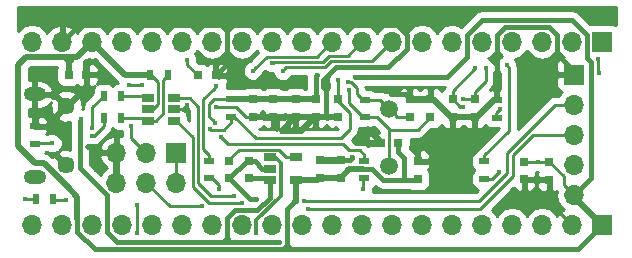
<source format=gbl>
%TF.GenerationSoftware,KiCad,Pcbnew,4.0.7*%
%TF.CreationDate,2017-11-14T20:11:37+08:00*%
%TF.ProjectId,STM32F401CCT6,53544D333246343031434354362E6B69,rev?*%
%TF.FileFunction,Copper,L2,Bot,Signal*%
%FSLAX46Y46*%
G04 Gerber Fmt 4.6, Leading zero omitted, Abs format (unit mm)*
G04 Created by KiCad (PCBNEW 4.0.7) date 11/14/17 20:11:37*
%MOMM*%
%LPD*%
G01*
G04 APERTURE LIST*
%ADD10C,0.100000*%
%ADD11R,0.750000X0.800000*%
%ADD12R,1.700000X1.700000*%
%ADD13O,1.700000X1.700000*%
%ADD14C,1.450000*%
%ADD15O,1.900000X1.200000*%
%ADD16R,0.900000X0.500000*%
%ADD17R,0.500000X0.900000*%
%ADD18R,1.060000X0.650000*%
%ADD19C,1.500000*%
%ADD20R,0.800000X0.750000*%
%ADD21C,0.453000*%
%ADD22C,0.400000*%
%ADD23C,0.250000*%
%ADD24C,0.500000*%
%ADD25C,0.300000*%
%ADD26C,0.254000*%
G04 APERTURE END LIST*
D10*
D11*
X-11220000Y9310000D03*
X-11220000Y10810000D03*
D12*
X-36472000Y6302000D03*
D13*
X-36472000Y3762000D03*
X-39012000Y6302000D03*
X-39012000Y3762000D03*
X-41552000Y6302000D03*
X-41552000Y3762000D03*
D12*
X-430000Y15700000D03*
D13*
X-2970000Y15700000D03*
X-5510000Y15700000D03*
X-8050000Y15700000D03*
X-10590000Y15700000D03*
X-13130000Y15700000D03*
X-15670000Y15700000D03*
X-18210000Y15700000D03*
X-20750000Y15700000D03*
X-23290000Y15700000D03*
X-25830000Y15700000D03*
X-28370000Y15700000D03*
X-30910000Y15700000D03*
X-33450000Y15700000D03*
X-35990000Y15700000D03*
X-38530000Y15700000D03*
X-41070000Y15700000D03*
X-43610000Y15700000D03*
X-46150000Y15700000D03*
X-48690000Y15700000D03*
D12*
X-430000Y200000D03*
D13*
X-2970000Y200000D03*
X-5510000Y200000D03*
X-8050000Y200000D03*
X-10590000Y200000D03*
X-13130000Y200000D03*
X-15670000Y200000D03*
X-18210000Y200000D03*
X-20750000Y200000D03*
X-23290000Y200000D03*
X-25830000Y200000D03*
X-28370000Y200000D03*
X-30910000Y200000D03*
X-33450000Y200000D03*
X-35990000Y200000D03*
X-38530000Y200000D03*
X-41070000Y200000D03*
X-43610000Y200000D03*
X-46150000Y200000D03*
X-48690000Y200000D03*
D14*
X-45780000Y10230000D03*
X-45780000Y5230000D03*
D15*
X-48480000Y11230000D03*
X-48480000Y4230000D03*
D12*
X-2810000Y12900000D03*
D13*
X-2810000Y10360000D03*
X-2810000Y7820000D03*
X-2810000Y5280000D03*
X-2810000Y2740000D03*
D16*
X-48410000Y8540000D03*
X-48410000Y7040000D03*
D17*
X-41130000Y11140000D03*
X-42630000Y11140000D03*
X-41130000Y9230000D03*
X-42630000Y9230000D03*
D18*
X-36700000Y10920000D03*
X-36700000Y9970000D03*
X-36700000Y9020000D03*
X-38900000Y9020000D03*
X-38900000Y10920000D03*
X-38900000Y9970000D03*
D17*
X-37170000Y12870000D03*
X-38670000Y12870000D03*
D16*
X-31810000Y10860000D03*
X-31810000Y9360000D03*
D11*
X-26380000Y9350000D03*
X-26380000Y10850000D03*
X-28260000Y9320000D03*
X-28260000Y10820000D03*
X-24690000Y9340000D03*
X-24690000Y10840000D03*
X-29990000Y9340000D03*
X-29990000Y10840000D03*
X-22810000Y9330000D03*
X-22810000Y10830000D03*
D16*
X-20500000Y9290000D03*
X-20500000Y10790000D03*
D11*
X-16710000Y10830000D03*
X-16710000Y9330000D03*
X-14980000Y10830000D03*
X-14980000Y9330000D03*
X-13080000Y9310000D03*
X-13080000Y10810000D03*
D16*
X-9340000Y10780000D03*
X-9340000Y9280000D03*
D11*
X-7010000Y4050000D03*
X-7010000Y5550000D03*
D16*
X-10390000Y5570000D03*
X-10390000Y4070000D03*
X-20570000Y5630000D03*
X-20570000Y4130000D03*
D11*
X-22560000Y5650000D03*
X-22560000Y4150000D03*
X-24300000Y5660000D03*
X-24300000Y4160000D03*
D18*
X-28580000Y4000000D03*
X-28580000Y4950000D03*
X-28580000Y5900000D03*
X-26380000Y5900000D03*
X-26380000Y4000000D03*
D11*
X-30350000Y5630000D03*
X-30350000Y4130000D03*
X-31990000Y4140000D03*
X-31990000Y5640000D03*
D16*
X-33670000Y5630000D03*
X-33670000Y4130000D03*
D19*
X-18440000Y5160000D03*
X-18440000Y10040000D03*
D20*
X-34620000Y12850000D03*
X-33120000Y12850000D03*
X-44100000Y12910000D03*
X-45600000Y12910000D03*
D11*
X-4910000Y4020000D03*
X-4910000Y5520000D03*
X-16040000Y5590000D03*
X-16040000Y4090000D03*
D20*
X-19180000Y7120000D03*
X-17680000Y7120000D03*
D17*
X-48380000Y2410000D03*
X-46880000Y2410000D03*
D21*
X-45810926Y2299148D03*
X-44520000Y9120000D03*
X-27770000Y-1233500D03*
X-43760000Y4120000D03*
X-24013500Y12466970D03*
X-35554218Y10344292D03*
X-33130000Y10180000D03*
X-39407008Y12050000D03*
X-40510000Y12060000D03*
X-21286532Y7123500D03*
X-43970000Y6780000D03*
X-21566475Y5963525D03*
X-18340000Y11260000D03*
X-29750094Y2400094D03*
X-16600000Y6680000D03*
X-44080000Y14000000D03*
X-29120000Y9670000D03*
X-27500000Y8084990D03*
X-27010000Y8410000D03*
X-27950000Y8350000D03*
X-20280000Y8310000D03*
X-33628498Y8329120D03*
X-22779998Y12450000D03*
X-730000Y13010000D03*
X-748265Y14239258D03*
X-12170000Y10820000D03*
X-10298235Y13448235D03*
X-12181870Y10167116D03*
X-11166363Y13439734D03*
X-21894722Y11623472D03*
X-21910679Y12286071D03*
X-9100000Y10010000D03*
X-9183508Y4646692D03*
X-40280000Y8520000D03*
X-32720000Y7660000D03*
X-32900000Y3231500D03*
X-34339767Y1799767D03*
X-8520000Y13710000D03*
X-27470000Y13210000D03*
X-28340000Y13868502D03*
X-30010000Y13250000D03*
X-25705435Y2175496D03*
X-25330000Y1550000D03*
X-30880044Y2076491D03*
X-31605754Y2665754D03*
X-20650000Y3250000D03*
X-33080000Y11940000D03*
X-43580000Y8410000D03*
X-46970000Y7100000D03*
X-43599204Y7693017D03*
X-35560000Y14120000D03*
X-49270000Y2390000D03*
X-29710009Y-510009D03*
X-39770000Y1910000D03*
X-39750000Y-1866500D03*
X-39790000Y-527008D03*
X-20660000Y4890000D03*
X-33178387Y8802206D03*
X-1360000Y11640000D03*
X-5850000Y5550000D03*
X-26542855Y2113317D03*
X-24558715Y12920000D03*
X-21380000Y12740000D03*
D22*
X-28580000Y4000000D02*
X-28580000Y2492791D01*
X-28580000Y2492791D02*
X-29622800Y1449991D01*
X-29622800Y1449991D02*
X-31509997Y1449991D01*
X-31509997Y1449991D02*
X-32200000Y759988D01*
X-32200000Y759988D02*
X-32200000Y-460000D01*
X-41479988Y-1240000D02*
X-39382791Y-1240000D01*
X-39382791Y-1240000D02*
X-32500000Y-1240000D01*
X-43760000Y4120000D02*
X-42319991Y2679991D01*
X-42319991Y2679991D02*
X-42319991Y-399997D01*
X-42319991Y-399997D02*
X-41479988Y-1240000D01*
X-32190000Y-1233500D02*
X-31890000Y-1233500D01*
X-32183500Y-940000D02*
X-31890000Y-1233500D01*
X-31890000Y-1233500D02*
X-28090319Y-1233500D01*
X-32200000Y-940000D02*
X-32183500Y-940000D01*
X-32200000Y-800000D02*
X-32200000Y-1223500D01*
X-32200000Y-800000D02*
X-32200000Y-940000D01*
X-32200000Y-460000D02*
X-32200000Y-800000D01*
X-32200000Y-940000D02*
X-32500000Y-1240000D01*
X-32493500Y-1233500D02*
X-32190000Y-1233500D01*
X-32200000Y-1223500D02*
X-32190000Y-1233500D01*
D23*
X-46770000Y2300000D02*
X-45811778Y2300000D01*
X-45811778Y2300000D02*
X-45810926Y2299148D01*
D22*
X-44640000Y5000000D02*
X-44640000Y9000000D01*
D23*
X-44640000Y9000000D02*
X-44520000Y9120000D01*
D22*
X-32500000Y-1240000D02*
X-32493500Y-1233500D01*
X-28090319Y-1233500D02*
X-27770000Y-1233500D01*
X-43760000Y4120000D02*
X-44640000Y5000000D01*
X-30510000Y4130000D02*
X-28710000Y4130000D01*
X-28710000Y4130000D02*
X-28580000Y4000000D01*
X-32200000Y-460000D02*
X-32196499Y-463501D01*
D23*
X-28580000Y3425000D02*
X-28580000Y4000000D01*
D22*
X-32200000Y17110000D02*
X-32550000Y17110000D01*
X-32550000Y17110000D02*
X-44740000Y17110000D01*
X-32200000Y16750000D02*
X-32200000Y16760000D01*
X-32200000Y16760000D02*
X-32550000Y17110000D01*
X-32200000Y16750000D02*
X-32200000Y17110000D01*
X-32200000Y13820000D02*
X-32200000Y16750000D01*
X-32200000Y17110000D02*
X-31840000Y17110000D01*
X-31840000Y17110000D02*
X-17770012Y17110000D01*
X-32200000Y16750000D02*
X-31840000Y17110000D01*
D24*
X-21286532Y7123500D02*
X-19183500Y7123500D01*
X-19183500Y7123500D02*
X-19180000Y7120000D01*
D22*
X-23770000Y9340000D02*
X-23770000Y11610000D01*
X-23770000Y11610000D02*
X-24020000Y11860000D01*
X-24020000Y11860000D02*
X-24020000Y12460470D01*
X-24020000Y12460470D02*
X-24013500Y12466970D01*
X-23787001Y12693469D02*
X-24013500Y12466970D01*
X-22955478Y13524992D02*
X-23787001Y12693469D01*
X-18535020Y13524992D02*
X-22955478Y13524992D01*
X-16960009Y15100003D02*
X-18535020Y13524992D01*
X-16960009Y16299997D02*
X-16960009Y15100003D01*
X-17770012Y17110000D02*
X-16960009Y16299997D01*
D23*
X-36700000Y9970000D02*
X-35928510Y9970000D01*
X-35928510Y9970000D02*
X-35554218Y10344292D01*
X-29990000Y9340000D02*
X-30615000Y9340000D01*
X-30615000Y9340000D02*
X-31455000Y10180000D01*
X-31455000Y10180000D02*
X-32809681Y10180000D01*
X-32809681Y10180000D02*
X-33130000Y10180000D01*
X-33120000Y12850000D02*
X-33095000Y12850000D01*
D22*
X-33120000Y12850000D02*
X-33120000Y12900000D01*
X-33120000Y12900000D02*
X-32200000Y13820000D01*
D23*
X-32880000Y12610000D02*
X-33120000Y12850000D01*
X-40510000Y12060000D02*
X-39417008Y12060000D01*
X-39417008Y12060000D02*
X-39407008Y12050000D01*
D24*
X-9340000Y10780000D02*
X-9570000Y10780000D01*
X-9570000Y10780000D02*
X-11040000Y9310000D01*
X-11040000Y9310000D02*
X-11220000Y9310000D01*
X-13080000Y9310000D02*
X-11220000Y9310000D01*
X-14980000Y10830000D02*
X-14730000Y10830000D01*
X-13210000Y9310000D02*
X-13080000Y9310000D01*
X-14730000Y10830000D02*
X-13210000Y9310000D01*
D23*
X-7010000Y4050000D02*
X-7010000Y4025000D01*
D22*
X-24690000Y9340000D02*
X-23770000Y9340000D01*
X-23770000Y9340000D02*
X-22820000Y9340000D01*
X-22820000Y9340000D02*
X-22810000Y9330000D01*
D23*
X-36700000Y9970000D02*
X-37093604Y9970000D01*
D24*
X-24690000Y9340000D02*
X-24605016Y9340000D01*
D22*
X-2810000Y12900000D02*
X-2810000Y13177209D01*
X-2810000Y13177209D02*
X-4260009Y14627218D01*
X-4260009Y14627218D02*
X-4260009Y16299997D01*
X-4260009Y16299997D02*
X-4910003Y16949991D01*
X-8649997Y16949991D02*
X-9340009Y16259979D01*
X-4910003Y16949991D02*
X-8649997Y16949991D01*
X-9340009Y16259979D02*
X-9340009Y10790009D01*
X-9340009Y10790009D02*
X-9320000Y10770000D01*
D23*
X-2970000Y200000D02*
X-4900000Y2130000D01*
X-4900000Y2130000D02*
X-4900000Y4070000D01*
X-4900000Y4070000D02*
X-6990000Y4070000D01*
X-6990000Y4070000D02*
X-7010000Y4050000D01*
D22*
X-32004984Y4130000D02*
X-30274984Y2400000D01*
X-30274984Y2400000D02*
X-29750188Y2400000D01*
X-29750188Y2400000D02*
X-29750094Y2400094D01*
X-30510000Y5630000D02*
X-30470000Y5590000D01*
X-30470000Y5590000D02*
X-29830000Y5590000D01*
X-29830000Y5590000D02*
X-29190000Y4950000D01*
X-29190000Y4950000D02*
X-28580000Y4950000D01*
X-32010000Y4130000D02*
X-30510000Y5630000D01*
X-44740000Y17110000D02*
X-45300001Y16549999D01*
X-45300001Y16549999D02*
X-46150000Y15700000D01*
D24*
X-41552000Y6302000D02*
X-42754081Y6302000D01*
X-42754081Y6302000D02*
X-43214957Y6762876D01*
X-43214957Y6762876D02*
X-43468401Y6762876D01*
X-43468401Y6762876D02*
X-43976491Y6762876D01*
D22*
X-21566475Y5868525D02*
X-21566475Y5963525D01*
X-22560000Y5650000D02*
X-21785000Y5650000D01*
X-21785000Y5650000D02*
X-21566475Y5868525D01*
D25*
X-24690000Y9340000D02*
X-24690000Y9435016D01*
D22*
X-16710000Y10830000D02*
X-16710000Y10850000D01*
X-16710000Y10850000D02*
X-17110000Y11250000D01*
X-17110000Y11250000D02*
X-18009681Y11250000D01*
X-18009681Y11250000D02*
X-18019681Y11260000D01*
X-18019681Y11260000D02*
X-18340000Y11260000D01*
D24*
X-29100000Y9330000D02*
X-29980000Y9330000D01*
D22*
X-16050000Y5650000D02*
X-16050000Y6130000D01*
X-16050000Y6130000D02*
X-16600000Y6680000D01*
D24*
X-44100000Y12910000D02*
X-44100000Y13980000D01*
X-44100000Y13980000D02*
X-44080000Y14000000D01*
X-25895000Y8110000D02*
X-27475000Y8110000D01*
X-24700000Y9305000D02*
X-25895000Y8110000D01*
X-27475000Y8110000D02*
X-27500000Y8135000D01*
X-19180000Y7120000D02*
X-19180000Y7210000D01*
X-19180000Y7210000D02*
X-20280000Y8310000D01*
X-24700000Y9330000D02*
X-24700000Y9305000D01*
X-27950000Y8350000D02*
X-27950000Y9010000D01*
X-27950000Y9010000D02*
X-28260000Y9320000D01*
X-27010000Y8410000D02*
X-27010000Y8770000D01*
X-27010000Y8770000D02*
X-26460000Y9320000D01*
X-29100000Y9330000D02*
X-28270000Y9330000D01*
X-29120000Y9670000D02*
X-29120000Y9350000D01*
X-29120000Y9350000D02*
X-29100000Y9330000D01*
X-28270000Y9330000D02*
X-28260000Y9320000D01*
X-26460000Y9320000D02*
X-28260000Y9320000D01*
X-24700000Y9330000D02*
X-26450000Y9330000D01*
X-26450000Y9330000D02*
X-26460000Y9320000D01*
X-24300000Y5660000D02*
X-22570000Y5660000D01*
X-22570000Y5660000D02*
X-22560000Y5650000D01*
X-41552000Y6302000D02*
X-41552000Y3762000D01*
X-9460000Y10830000D02*
X-9420000Y10790000D01*
X-16710000Y10830000D02*
X-14980000Y10830000D01*
D23*
X-25920010Y8084990D02*
X-24700000Y9305000D01*
X-27976668Y9036668D02*
X-28260000Y9320000D01*
X-24700000Y9330000D02*
X-24700000Y9460000D01*
X-9350000Y16168988D02*
X-8518990Y16999998D01*
X-16710000Y10830000D02*
X-15000000Y10830000D01*
X-15000000Y10830000D02*
X-14990000Y10820000D01*
D24*
X-48410000Y8540000D02*
X-48410000Y11160000D01*
X-48410000Y11160000D02*
X-48480000Y11230000D01*
D23*
X-26380000Y5900000D02*
X-27160000Y5900000D01*
X-27160000Y5900000D02*
X-27819998Y6559998D01*
X-27819998Y6559998D02*
X-31170002Y6559998D01*
X-31170002Y6559998D02*
X-32070000Y5660000D01*
X-32070000Y5660000D02*
X-32070000Y5640000D01*
X-31810000Y8860000D02*
X-32431491Y8238509D01*
X-32431491Y8238509D02*
X-33537887Y8238509D01*
X-31810000Y9360000D02*
X-31810000Y8860000D01*
X-33537887Y8238509D02*
X-33628498Y8329120D01*
X-22810000Y10830000D02*
X-22810000Y10689984D01*
X-22810000Y10689984D02*
X-21760000Y9639984D01*
X-21760000Y9639984D02*
X-21760000Y8275090D01*
X-21760000Y8275090D02*
X-22525090Y7510000D01*
X-22525090Y7510000D02*
X-29760000Y7510000D01*
X-29760000Y7510000D02*
X-31610000Y9360000D01*
X-31610000Y9360000D02*
X-31810000Y9360000D01*
X-22810000Y10830000D02*
X-22810000Y12419998D01*
X-22810000Y12419998D02*
X-22779998Y12450000D01*
X-748265Y13028265D02*
X-730000Y13010000D01*
X-748265Y14239258D02*
X-748265Y13028265D01*
X-22810000Y10643264D02*
X-22810000Y10710000D01*
X-10298235Y13448235D02*
X-10298235Y12870000D01*
X-10298235Y12870000D02*
X-10298235Y12691765D01*
X-10298235Y12381765D02*
X-10298235Y12870000D01*
X-11220000Y10810000D02*
X-11220000Y11460000D01*
X-11220000Y11460000D02*
X-10298235Y12381765D01*
X-12170000Y10820000D02*
X-11230000Y10820000D01*
X-11230000Y10820000D02*
X-11220000Y10810000D01*
X-13080000Y10810000D02*
X-13080000Y11526097D01*
X-13080000Y11526097D02*
X-11166363Y13439734D01*
X-13080000Y10810000D02*
X-12437116Y10167116D01*
X-12437116Y10167116D02*
X-12181870Y10167116D01*
X-19450000Y9290000D02*
X-20710000Y9290000D01*
X-18410000Y8250000D02*
X-19450000Y9290000D01*
X-20710000Y9290000D02*
X-21894722Y10474722D01*
X-21894722Y10474722D02*
X-21894722Y11305274D01*
X-21894722Y11305274D02*
X-21894722Y11623472D01*
X-18220000Y8250000D02*
X-16035000Y8250000D01*
X-18410000Y8250000D02*
X-18220000Y8250000D01*
X-18440000Y8250000D02*
X-18440000Y8110000D01*
X-18440000Y8110000D02*
X-18440000Y5160000D01*
X-18220000Y8250000D02*
X-18300000Y8250000D01*
X-18300000Y8250000D02*
X-18440000Y8110000D01*
X-18410000Y8250000D02*
X-18410000Y8260000D01*
X-18410000Y8260000D02*
X-18420000Y8270000D01*
X-18420000Y8270000D02*
X-18440000Y8250000D01*
X-16035000Y8250000D02*
X-14980000Y9305000D01*
X-14980000Y9305000D02*
X-14980000Y9330000D01*
X-14990000Y9320000D02*
X-14990000Y9295000D01*
X-14990000Y9295000D02*
X-16035000Y8250000D01*
X-21200000Y11766012D02*
X-21720059Y12286071D01*
X-21720059Y12286071D02*
X-21910679Y12286071D01*
X-20700000Y10790000D02*
X-21200000Y11290000D01*
X-20500000Y10790000D02*
X-20700000Y10790000D01*
X-21200000Y11290000D02*
X-21200000Y11766012D01*
X-20500000Y10790000D02*
X-19190000Y10790000D01*
X-19190000Y10790000D02*
X-18440000Y10040000D01*
X-17770000Y9320000D02*
X-17770000Y9370000D01*
X-17770000Y9370000D02*
X-18440000Y10040000D01*
X-16750000Y9320000D02*
X-17770000Y9320000D01*
X-17770000Y9320000D02*
X-18510000Y10060000D01*
X-9326499Y9783501D02*
X-9100000Y10010000D01*
X-9420000Y9690000D02*
X-9326499Y9783501D01*
X-9420000Y9290000D02*
X-9420000Y9690000D01*
X-9183508Y4646692D02*
X-9183508Y4626492D01*
X-9183508Y4626492D02*
X-9730000Y4080000D01*
X-9730000Y4080000D02*
X-10380000Y4080000D01*
X-10380000Y4080000D02*
X-10390000Y4070000D01*
X-40280000Y8199681D02*
X-40280000Y8520000D01*
X-40280000Y7570000D02*
X-40280000Y8199681D01*
X-39012000Y6302000D02*
X-40280000Y7570000D01*
X-20570000Y5630000D02*
X-20570000Y6130000D01*
X-32069997Y7009997D02*
X-32720000Y7660000D01*
X-20570000Y6130000D02*
X-20955016Y6515016D01*
X-20955016Y6515016D02*
X-21831192Y6515016D01*
X-21831192Y6515016D02*
X-22326173Y7009997D01*
X-22326173Y7009997D02*
X-32069997Y7009997D01*
X-20560000Y5690000D02*
X-20560000Y5736989D01*
X-32900000Y3560000D02*
X-32900000Y3551819D01*
X-33470000Y4130000D02*
X-32900000Y3560000D01*
X-32900000Y3551819D02*
X-32900000Y3231500D01*
X-33670000Y4130000D02*
X-33470000Y4130000D01*
X-34339767Y1799767D02*
X-37049767Y1799767D01*
X-37049767Y1799767D02*
X-39012000Y3762000D01*
X-10390000Y6070000D02*
X-8293501Y8166499D01*
X-8293501Y13483501D02*
X-8520000Y13710000D01*
X-10390000Y5570000D02*
X-10390000Y6070000D01*
X-8293501Y8166499D02*
X-8293501Y13483501D01*
X-23870286Y13520000D02*
X-27160000Y13520000D01*
X-19890008Y14049992D02*
X-23340294Y14049992D01*
X-18210000Y15730000D02*
X-19890008Y14049992D01*
X-27245001Y13434999D02*
X-27470000Y13210000D01*
X-27160000Y13520000D02*
X-27245001Y13434999D01*
X-23340294Y14049992D02*
X-23870286Y13520000D01*
X-20750000Y15730000D02*
X-21980007Y14499993D01*
X-21980007Y14499993D02*
X-23532969Y14499993D01*
X-24062962Y13970000D02*
X-28240000Y13970000D01*
X-23532969Y14499993D02*
X-24062962Y13970000D01*
X-28310000Y13898502D02*
X-28340000Y13868502D01*
X-28240000Y13970000D02*
X-28310000Y13900000D01*
X-28310000Y13900000D02*
X-28310000Y13898502D01*
X-28839998Y14420002D02*
X-29783501Y13476499D01*
X-24599998Y14420002D02*
X-28839998Y14420002D01*
X-23290000Y15730000D02*
X-24599998Y14420002D01*
X-29783501Y13476499D02*
X-30010000Y13250000D01*
X-2810000Y10360000D02*
X-4386397Y10360000D01*
X-4386397Y10360000D02*
X-8440001Y6306396D01*
X-8440001Y6306396D02*
X-8440001Y4569999D01*
X-8440001Y4569999D02*
X-10820000Y2190000D01*
X-10820000Y2190000D02*
X-25690931Y2190000D01*
X-25690931Y2190000D02*
X-25705435Y2175496D01*
X-2810000Y10360000D02*
X-4196381Y10360000D01*
X-25009681Y1550000D02*
X-25330000Y1550000D01*
X-10760000Y1550000D02*
X-25009681Y1550000D01*
X-6290000Y7820000D02*
X-7990000Y6120000D01*
X-2810000Y7820000D02*
X-6290000Y7820000D01*
X-7990000Y6120000D02*
X-7990000Y4320000D01*
X-7990000Y4320000D02*
X-10760000Y1550000D01*
X-36700000Y9020000D02*
X-36495000Y9020000D01*
X-36495000Y9020000D02*
X-35080000Y7605000D01*
X-35080000Y7605000D02*
X-35080000Y3420000D01*
X-35080000Y3420000D02*
X-33736491Y2076491D01*
X-33736491Y2076491D02*
X-31200363Y2076491D01*
X-31200363Y2076491D02*
X-30880044Y2076491D01*
X-36700000Y10920000D02*
X-35350000Y10920000D01*
X-35350000Y10920000D02*
X-34629999Y10199999D01*
X-33565754Y2665754D02*
X-31926073Y2665754D01*
X-34629999Y10199999D02*
X-34629999Y3729999D01*
X-34629999Y3729999D02*
X-33565754Y2665754D01*
X-31926073Y2665754D02*
X-31605754Y2665754D01*
X-38900000Y10920000D02*
X-39120000Y11140000D01*
X-39120000Y11140000D02*
X-41130000Y11140000D01*
X-38900000Y9020000D02*
X-38220000Y9020000D01*
X-38220000Y9020000D02*
X-37580000Y9660000D01*
X-37580000Y12450000D02*
X-37170000Y12860000D01*
X-37580000Y9660000D02*
X-37580000Y12450000D01*
X-37170000Y12860000D02*
X-37170000Y12870000D01*
X-41130000Y9230000D02*
X-39110000Y9230000D01*
X-39110000Y9230000D02*
X-38900000Y9020000D01*
X-20650000Y4100000D02*
X-20650000Y3250000D01*
X-20560000Y4190000D02*
X-20650000Y4100000D01*
X-33306499Y11713501D02*
X-33080000Y11940000D01*
X-34179998Y10840002D02*
X-33306499Y11713501D01*
X-34179998Y6639998D02*
X-34179998Y10840002D01*
X-33670000Y5630000D02*
X-33670000Y6130000D01*
X-33670000Y6130000D02*
X-34179998Y6639998D01*
X-42630000Y11140000D02*
X-43580000Y10190000D01*
X-43580000Y10190000D02*
X-43580000Y8730319D01*
X-43580000Y8730319D02*
X-43580000Y8410000D01*
X-46970000Y7100000D02*
X-48350000Y7100000D01*
X-48350000Y7100000D02*
X-48410000Y7040000D01*
X-42630000Y9230000D02*
X-42630000Y8530000D01*
X-43466983Y7693017D02*
X-43599204Y7693017D01*
X-42630000Y8530000D02*
X-43466983Y7693017D01*
X-35560000Y13799681D02*
X-35560000Y14120000D01*
X-35560000Y13765000D02*
X-35560000Y13799681D01*
X-34645000Y12850000D02*
X-35560000Y13765000D01*
X-34620000Y12850000D02*
X-34645000Y12850000D01*
X-49250000Y2410000D02*
X-49270000Y2390000D01*
X-48380000Y2410000D02*
X-49250000Y2410000D01*
D25*
X-28580000Y5900000D02*
X-28120000Y5900000D01*
X-28120000Y5900000D02*
X-27629991Y5409991D01*
X-27629991Y5409991D02*
X-27629991Y2664983D01*
X-27629991Y2664983D02*
X-29710009Y584965D01*
X-29710009Y584965D02*
X-29710009Y-510009D01*
D24*
X-45590000Y14400009D02*
X-45980000Y14400009D01*
X-45980000Y14400009D02*
X-49219991Y14400009D01*
D22*
X-45600000Y13855000D02*
X-45600000Y14020009D01*
X-45600000Y14020009D02*
X-45980000Y14400009D01*
X-45600000Y13855000D02*
X-45600000Y14000009D01*
X-45600000Y14000009D02*
X-45200000Y14400009D01*
D23*
X-33681492Y10444717D02*
X-33681492Y9305311D01*
X-33266209Y10860000D02*
X-33681492Y10444717D01*
X-33681492Y9305311D02*
X-33404886Y9028705D01*
X-33404886Y9028705D02*
X-33178387Y8802206D01*
X-31810000Y10860000D02*
X-33266209Y10860000D01*
D22*
X-24690000Y10840000D02*
X-24690000Y12788715D01*
X-24690000Y12788715D02*
X-24558715Y12920000D01*
D24*
X-49219991Y14400009D02*
X-49870000Y13750000D01*
X-48460000Y5420000D02*
X-47708988Y5420000D01*
X-49870000Y13750000D02*
X-49870000Y11674924D01*
X-49870000Y11674924D02*
X-49880000Y11664924D01*
X-49880000Y11664924D02*
X-49880000Y10795076D01*
X-49870000Y6830000D02*
X-48460000Y5420000D01*
X-49880000Y10795076D02*
X-49870000Y10785076D01*
X-49870000Y10785076D02*
X-49870000Y6830000D01*
X-47708988Y5420000D02*
X-45740000Y3451012D01*
X-45740000Y3451012D02*
X-45740000Y3450000D01*
X-45740000Y3450000D02*
X-44860000Y2570000D01*
X-44860000Y2570000D02*
X-44860000Y720000D01*
D23*
X-39790000Y1890000D02*
X-39770000Y1910000D01*
X-39790000Y-527008D02*
X-39790000Y1890000D01*
D22*
X-40070319Y-1866500D02*
X-39750000Y-1866500D01*
X-43393488Y-1866500D02*
X-40070319Y-1866500D01*
X-44860000Y-399988D02*
X-43393488Y-1866500D01*
X-44860000Y720000D02*
X-44860000Y-399988D01*
X-39429681Y-1866500D02*
X-39750000Y-1866500D01*
D23*
X-36472000Y3762000D02*
X-36472000Y6302000D01*
X-5850000Y5550000D02*
X-4920000Y5550000D01*
X-3659999Y4304999D02*
X-3659999Y3589999D01*
X-4900000Y5545000D02*
X-3659999Y4304999D01*
X-38900000Y9970000D02*
X-38480000Y9970000D01*
X-38480000Y9970000D02*
X-38045009Y10404991D01*
X-38045009Y10404991D02*
X-38045009Y12255009D01*
X-38045009Y12255009D02*
X-38660000Y12870000D01*
X-38660000Y12870000D02*
X-38670000Y12870000D01*
D24*
X-40780000Y12870000D02*
X-38670000Y12870000D01*
D23*
X-4920000Y5550000D02*
X-4900000Y5570000D01*
X-4900000Y5570000D02*
X-4900000Y5545000D01*
D24*
X-26380000Y4000000D02*
X-26380000Y2234596D01*
D22*
X-16230000Y3970000D02*
X-17210000Y3970000D01*
X-17210000Y3970000D02*
X-18951988Y3970000D01*
X-17680000Y7120000D02*
X-17680000Y6345000D01*
X-17680000Y6345000D02*
X-17210000Y5875000D01*
X-17210000Y5875000D02*
X-17210000Y3970000D01*
X-16050000Y4150000D02*
X-16230000Y3970000D01*
X-18951988Y3970000D02*
X-19871988Y4890000D01*
X-19871988Y4890000D02*
X-20660000Y4890000D01*
D24*
X-45590000Y13865000D02*
X-45590000Y14400009D01*
X-45600000Y12980000D02*
X-45600000Y13855000D01*
X-45600000Y13855000D02*
X-45590000Y13865000D01*
D25*
X-17680000Y7120000D02*
X-17640000Y7120000D01*
D24*
X-26360000Y10850000D02*
X-24700000Y10850000D01*
X-24700000Y10850000D02*
X-24690000Y10840000D01*
X-22560000Y4150000D02*
X-21820000Y4890000D01*
X-21820000Y4890000D02*
X-20660000Y4890000D01*
X-24300000Y4160000D02*
X-22570000Y4160000D01*
X-22570000Y4160000D02*
X-22560000Y4150000D01*
X-26380000Y4000000D02*
X-24460000Y4000000D01*
X-24460000Y4000000D02*
X-24300000Y4160000D01*
X-31810000Y10860000D02*
X-30010000Y10860000D01*
X-30010000Y10860000D02*
X-29980000Y10830000D01*
X-28260000Y10820000D02*
X-29970000Y10820000D01*
X-29970000Y10820000D02*
X-29980000Y10830000D01*
X-26460000Y10820000D02*
X-28260000Y10820000D01*
D23*
X-24190000Y4160000D02*
X-22570000Y4160000D01*
X-24710000Y10820000D02*
X-24700000Y10830000D01*
D24*
X-44909991Y14400009D02*
X-45200000Y14400009D01*
X-45200000Y14400009D02*
X-45590000Y14400009D01*
D22*
X-1360000Y11640000D02*
X-1360000Y4190000D01*
X-1360000Y4190000D02*
X-1480000Y4070000D01*
X-1480000Y4070000D02*
X-2810000Y2740000D01*
X-1720009Y14360009D02*
X-1720009Y16299997D01*
X-1720009Y16299997D02*
X-2970003Y17549991D01*
X-13530000Y12740000D02*
X-21061802Y12740000D01*
X-2970003Y17549991D02*
X-10589997Y17549991D01*
X-10589997Y17549991D02*
X-11880009Y16259979D01*
X-11880009Y16259979D02*
X-11880009Y14389991D01*
X-11880009Y14389991D02*
X-13530000Y12740000D01*
X-21061802Y12740000D02*
X-21380000Y12740000D01*
X-1360000Y11960319D02*
X-1360000Y11640000D01*
X-1360000Y14000000D02*
X-1360000Y11960319D01*
X-1720009Y14360009D02*
X-1360000Y14000000D01*
X-27475792Y-1866500D02*
X-39429681Y-1866500D01*
X-27469292Y-1860000D02*
X-27475792Y-1866500D01*
X-27469292Y-1860000D02*
X-26800000Y-1860000D01*
X-26800000Y-1860000D02*
X-2490000Y-1860000D01*
X-27120009Y-1510717D02*
X-27120009Y-1539991D01*
X-27120009Y-1539991D02*
X-26800000Y-1860000D01*
X-26542855Y2113317D02*
X-26542855Y2097145D01*
X-26542855Y2097145D02*
X-27120009Y1519991D01*
X-27120009Y1519991D02*
X-27120009Y-1510717D01*
X-27120009Y-1510717D02*
X-27469292Y-1860000D01*
X-2490000Y-1860000D02*
X-430000Y200000D01*
D23*
X-7010000Y5550000D02*
X-5850000Y5550000D01*
X-3659999Y3589999D02*
X-2810000Y2740000D01*
D24*
X-43610000Y15700000D02*
X-40780000Y12870000D01*
D22*
X-26380000Y2234596D02*
X-26501279Y2113317D01*
X-26501279Y2113317D02*
X-26542855Y2113317D01*
D24*
X-43610000Y15700000D02*
X-44909991Y14400009D01*
D22*
X-1620000Y14260000D02*
X-1720009Y14360009D01*
D23*
X-43610000Y15730000D02*
X-44900000Y14440000D01*
D24*
X-2810000Y2740000D02*
X-2810000Y2580000D01*
X-2810000Y2580000D02*
X-430000Y200000D01*
D23*
X-450000Y160000D02*
X-430000Y160000D01*
X-440000Y160000D02*
X-430000Y160000D01*
X-2090000Y2740000D02*
X-2810000Y2740000D01*
D26*
G36*
X-2843000Y327000D02*
X-2823000Y327000D01*
X-2823000Y73000D01*
X-2843000Y73000D01*
X-2843000Y53000D01*
X-3097000Y53000D01*
X-3097000Y73000D01*
X-3117000Y73000D01*
X-3117000Y327000D01*
X-3097000Y327000D01*
X-3097000Y347000D01*
X-2843000Y347000D01*
X-2843000Y327000D01*
X-2843000Y327000D01*
G37*
X-2843000Y327000D02*
X-2823000Y327000D01*
X-2823000Y73000D01*
X-2843000Y73000D01*
X-2843000Y53000D01*
X-3097000Y53000D01*
X-3097000Y73000D01*
X-3117000Y73000D01*
X-3117000Y327000D01*
X-3097000Y327000D01*
X-3097000Y347000D01*
X-2843000Y347000D01*
X-2843000Y327000D01*
G36*
X-6022115Y4688650D02*
X-5861099Y4688510D01*
X-5920000Y4546309D01*
X-5920000Y4305750D01*
X-5761250Y4147000D01*
X-5037000Y4147000D01*
X-5037000Y4167000D01*
X-4783000Y4167000D01*
X-4783000Y4147000D01*
X-4763000Y4147000D01*
X-4763000Y3893000D01*
X-4783000Y3893000D01*
X-4783000Y3143750D01*
X-4624250Y2985000D01*
X-4408690Y2985000D01*
X-4263388Y3045186D01*
X-4324093Y2740000D01*
X-4211054Y2171715D01*
X-3889147Y1689946D01*
X-3629207Y1516260D01*
X-3736924Y1471645D01*
X-4165183Y1081358D01*
X-4232298Y938447D01*
X-4459946Y1279147D01*
X-4941715Y1601054D01*
X-5510000Y1714093D01*
X-6078285Y1601054D01*
X-6560054Y1279147D01*
X-6780000Y949974D01*
X-6999946Y1279147D01*
X-7481715Y1601054D01*
X-8050000Y1714093D01*
X-8618285Y1601054D01*
X-9100054Y1279147D01*
X-9320000Y949974D01*
X-9539946Y1279147D01*
X-9789383Y1445815D01*
X-7929644Y3305554D01*
X-7923327Y3290302D01*
X-7744699Y3111673D01*
X-7511310Y3015000D01*
X-7295750Y3015000D01*
X-7137000Y3173750D01*
X-7137000Y3923000D01*
X-6883000Y3923000D01*
X-6883000Y3173750D01*
X-6724250Y3015000D01*
X-6508690Y3015000D01*
X-6275301Y3111673D01*
X-6096673Y3290302D01*
X-6000000Y3523691D01*
X-6000000Y3734250D01*
X-5920000Y3734250D01*
X-5920000Y3493691D01*
X-5823327Y3260302D01*
X-5644699Y3081673D01*
X-5411310Y2985000D01*
X-5195750Y2985000D01*
X-5037000Y3143750D01*
X-5037000Y3893000D01*
X-5761250Y3893000D01*
X-5920000Y3734250D01*
X-6000000Y3734250D01*
X-6000000Y3764250D01*
X-6158750Y3923000D01*
X-6883000Y3923000D01*
X-7137000Y3923000D01*
X-7157000Y3923000D01*
X-7157000Y4177000D01*
X-7137000Y4177000D01*
X-7137000Y4197000D01*
X-6883000Y4197000D01*
X-6883000Y4177000D01*
X-6158750Y4177000D01*
X-6000000Y4335750D01*
X-6000000Y4576309D01*
X-6051605Y4700896D01*
X-6022115Y4688650D01*
X-6022115Y4688650D01*
G37*
X-6022115Y4688650D02*
X-5861099Y4688510D01*
X-5920000Y4546309D01*
X-5920000Y4305750D01*
X-5761250Y4147000D01*
X-5037000Y4147000D01*
X-5037000Y4167000D01*
X-4783000Y4167000D01*
X-4783000Y4147000D01*
X-4763000Y4147000D01*
X-4763000Y3893000D01*
X-4783000Y3893000D01*
X-4783000Y3143750D01*
X-4624250Y2985000D01*
X-4408690Y2985000D01*
X-4263388Y3045186D01*
X-4324093Y2740000D01*
X-4211054Y2171715D01*
X-3889147Y1689946D01*
X-3629207Y1516260D01*
X-3736924Y1471645D01*
X-4165183Y1081358D01*
X-4232298Y938447D01*
X-4459946Y1279147D01*
X-4941715Y1601054D01*
X-5510000Y1714093D01*
X-6078285Y1601054D01*
X-6560054Y1279147D01*
X-6780000Y949974D01*
X-6999946Y1279147D01*
X-7481715Y1601054D01*
X-8050000Y1714093D01*
X-8618285Y1601054D01*
X-9100054Y1279147D01*
X-9320000Y949974D01*
X-9539946Y1279147D01*
X-9789383Y1445815D01*
X-7929644Y3305554D01*
X-7923327Y3290302D01*
X-7744699Y3111673D01*
X-7511310Y3015000D01*
X-7295750Y3015000D01*
X-7137000Y3173750D01*
X-7137000Y3923000D01*
X-6883000Y3923000D01*
X-6883000Y3173750D01*
X-6724250Y3015000D01*
X-6508690Y3015000D01*
X-6275301Y3111673D01*
X-6096673Y3290302D01*
X-6000000Y3523691D01*
X-6000000Y3734250D01*
X-5920000Y3734250D01*
X-5920000Y3493691D01*
X-5823327Y3260302D01*
X-5644699Y3081673D01*
X-5411310Y2985000D01*
X-5195750Y2985000D01*
X-5037000Y3143750D01*
X-5037000Y3893000D01*
X-5761250Y3893000D01*
X-5920000Y3734250D01*
X-6000000Y3734250D01*
X-6000000Y3764250D01*
X-6158750Y3923000D01*
X-6883000Y3923000D01*
X-7137000Y3923000D01*
X-7157000Y3923000D01*
X-7157000Y4177000D01*
X-7137000Y4177000D01*
X-7137000Y4197000D01*
X-6883000Y4197000D01*
X-6883000Y4177000D01*
X-6158750Y4177000D01*
X-6000000Y4335750D01*
X-6000000Y4576309D01*
X-6051605Y4700896D01*
X-6022115Y4688650D01*
G36*
X-12953000Y9437000D02*
X-12933000Y9437000D01*
X-12933000Y9183000D01*
X-12953000Y9183000D01*
X-12953000Y8433750D01*
X-12794250Y8275000D01*
X-12578690Y8275000D01*
X-12345301Y8371673D01*
X-12166673Y8550302D01*
X-12150000Y8590554D01*
X-12133327Y8550302D01*
X-11954699Y8371673D01*
X-11721310Y8275000D01*
X-11505750Y8275000D01*
X-11347000Y8433750D01*
X-11347000Y9183000D01*
X-11367000Y9183000D01*
X-11367000Y9437000D01*
X-11347000Y9437000D01*
X-11347000Y9457000D01*
X-11093000Y9457000D01*
X-11093000Y9437000D01*
X-11073000Y9437000D01*
X-11073000Y9183000D01*
X-11093000Y9183000D01*
X-11093000Y8433750D01*
X-10934250Y8275000D01*
X-10718690Y8275000D01*
X-10485301Y8371673D01*
X-10306673Y8550302D01*
X-10278960Y8617208D01*
X-10254090Y8578559D01*
X-10041890Y8433569D01*
X-9790000Y8382560D01*
X-9152242Y8382560D01*
X-10927401Y6607401D01*
X-11046937Y6428502D01*
X-11075317Y6423162D01*
X-11291441Y6284090D01*
X-11436431Y6071890D01*
X-11487440Y5820000D01*
X-11487440Y5320000D01*
X-11443162Y5084683D01*
X-11304090Y4868559D01*
X-11234289Y4820866D01*
X-11291441Y4784090D01*
X-11436431Y4571890D01*
X-11487440Y4320000D01*
X-11487440Y3820000D01*
X-11443162Y3584683D01*
X-11304090Y3368559D01*
X-11091890Y3223569D01*
X-10900076Y3184726D01*
X-11134802Y2950000D01*
X-19841753Y2950000D01*
X-19788650Y3077885D01*
X-19788422Y3338780D01*
X-19668559Y3415910D01*
X-19632110Y3469254D01*
X-19542422Y3379566D01*
X-19271529Y3198561D01*
X-18951988Y3135000D01*
X-16727526Y3135000D01*
X-16666890Y3093569D01*
X-16415000Y3042560D01*
X-15665000Y3042560D01*
X-15429683Y3086838D01*
X-15213559Y3225910D01*
X-15068569Y3438110D01*
X-15017560Y3690000D01*
X-15017560Y4490000D01*
X-15061838Y4725317D01*
X-15128329Y4828646D01*
X-15126673Y4830302D01*
X-15030000Y5063691D01*
X-15030000Y5304250D01*
X-15188750Y5463000D01*
X-15913000Y5463000D01*
X-15913000Y5443000D01*
X-16167000Y5443000D01*
X-16167000Y5463000D01*
X-16187000Y5463000D01*
X-16187000Y5717000D01*
X-16167000Y5717000D01*
X-16167000Y6466250D01*
X-15913000Y6466250D01*
X-15913000Y5717000D01*
X-15188750Y5717000D01*
X-15030000Y5875750D01*
X-15030000Y6116309D01*
X-15126673Y6349698D01*
X-15305301Y6528327D01*
X-15538690Y6625000D01*
X-15754250Y6625000D01*
X-15913000Y6466250D01*
X-16167000Y6466250D01*
X-16325750Y6625000D01*
X-16541310Y6625000D01*
X-16667440Y6572755D01*
X-16632560Y6745000D01*
X-16632560Y7490000D01*
X-16035000Y7490000D01*
X-15744161Y7547852D01*
X-15497599Y7712599D01*
X-14927638Y8282560D01*
X-14605000Y8282560D01*
X-14369683Y8326838D01*
X-14153559Y8465910D01*
X-14032039Y8643761D01*
X-13993327Y8550302D01*
X-13814699Y8371673D01*
X-13581310Y8275000D01*
X-13365750Y8275000D01*
X-13207000Y8433750D01*
X-13207000Y9183000D01*
X-13227000Y9183000D01*
X-13227000Y9437000D01*
X-13207000Y9437000D01*
X-13207000Y9457000D01*
X-12953000Y9457000D01*
X-12953000Y9437000D01*
X-12953000Y9437000D01*
G37*
X-12953000Y9437000D02*
X-12933000Y9437000D01*
X-12933000Y9183000D01*
X-12953000Y9183000D01*
X-12953000Y8433750D01*
X-12794250Y8275000D01*
X-12578690Y8275000D01*
X-12345301Y8371673D01*
X-12166673Y8550302D01*
X-12150000Y8590554D01*
X-12133327Y8550302D01*
X-11954699Y8371673D01*
X-11721310Y8275000D01*
X-11505750Y8275000D01*
X-11347000Y8433750D01*
X-11347000Y9183000D01*
X-11367000Y9183000D01*
X-11367000Y9437000D01*
X-11347000Y9437000D01*
X-11347000Y9457000D01*
X-11093000Y9457000D01*
X-11093000Y9437000D01*
X-11073000Y9437000D01*
X-11073000Y9183000D01*
X-11093000Y9183000D01*
X-11093000Y8433750D01*
X-10934250Y8275000D01*
X-10718690Y8275000D01*
X-10485301Y8371673D01*
X-10306673Y8550302D01*
X-10278960Y8617208D01*
X-10254090Y8578559D01*
X-10041890Y8433569D01*
X-9790000Y8382560D01*
X-9152242Y8382560D01*
X-10927401Y6607401D01*
X-11046937Y6428502D01*
X-11075317Y6423162D01*
X-11291441Y6284090D01*
X-11436431Y6071890D01*
X-11487440Y5820000D01*
X-11487440Y5320000D01*
X-11443162Y5084683D01*
X-11304090Y4868559D01*
X-11234289Y4820866D01*
X-11291441Y4784090D01*
X-11436431Y4571890D01*
X-11487440Y4320000D01*
X-11487440Y3820000D01*
X-11443162Y3584683D01*
X-11304090Y3368559D01*
X-11091890Y3223569D01*
X-10900076Y3184726D01*
X-11134802Y2950000D01*
X-19841753Y2950000D01*
X-19788650Y3077885D01*
X-19788422Y3338780D01*
X-19668559Y3415910D01*
X-19632110Y3469254D01*
X-19542422Y3379566D01*
X-19271529Y3198561D01*
X-18951988Y3135000D01*
X-16727526Y3135000D01*
X-16666890Y3093569D01*
X-16415000Y3042560D01*
X-15665000Y3042560D01*
X-15429683Y3086838D01*
X-15213559Y3225910D01*
X-15068569Y3438110D01*
X-15017560Y3690000D01*
X-15017560Y4490000D01*
X-15061838Y4725317D01*
X-15128329Y4828646D01*
X-15126673Y4830302D01*
X-15030000Y5063691D01*
X-15030000Y5304250D01*
X-15188750Y5463000D01*
X-15913000Y5463000D01*
X-15913000Y5443000D01*
X-16167000Y5443000D01*
X-16167000Y5463000D01*
X-16187000Y5463000D01*
X-16187000Y5717000D01*
X-16167000Y5717000D01*
X-16167000Y6466250D01*
X-15913000Y6466250D01*
X-15913000Y5717000D01*
X-15188750Y5717000D01*
X-15030000Y5875750D01*
X-15030000Y6116309D01*
X-15126673Y6349698D01*
X-15305301Y6528327D01*
X-15538690Y6625000D01*
X-15754250Y6625000D01*
X-15913000Y6466250D01*
X-16167000Y6466250D01*
X-16325750Y6625000D01*
X-16541310Y6625000D01*
X-16667440Y6572755D01*
X-16632560Y6745000D01*
X-16632560Y7490000D01*
X-16035000Y7490000D01*
X-15744161Y7547852D01*
X-15497599Y7712599D01*
X-14927638Y8282560D01*
X-14605000Y8282560D01*
X-14369683Y8326838D01*
X-14153559Y8465910D01*
X-14032039Y8643761D01*
X-13993327Y8550302D01*
X-13814699Y8371673D01*
X-13581310Y8275000D01*
X-13365750Y8275000D01*
X-13207000Y8433750D01*
X-13207000Y9183000D01*
X-13227000Y9183000D01*
X-13227000Y9437000D01*
X-13207000Y9437000D01*
X-13207000Y9457000D01*
X-12953000Y9457000D01*
X-12953000Y9437000D01*
G36*
X-41844090Y8328559D02*
X-41631890Y8183569D01*
X-41380000Y8132560D01*
X-41052057Y8132560D01*
X-41040000Y8103379D01*
X-41040000Y7679231D01*
X-41195110Y7743476D01*
X-41425000Y7622155D01*
X-41425000Y6429000D01*
X-41405000Y6429000D01*
X-41405000Y6175000D01*
X-41425000Y6175000D01*
X-41425000Y3889000D01*
X-41405000Y3889000D01*
X-41405000Y3635000D01*
X-41425000Y3635000D01*
X-41425000Y3615000D01*
X-41679000Y3615000D01*
X-41679000Y3635000D01*
X-41699000Y3635000D01*
X-41699000Y3889000D01*
X-41679000Y3889000D01*
X-41679000Y6175000D01*
X-42872819Y6175000D01*
X-42993486Y5945108D01*
X-42747183Y5420642D01*
X-42320729Y5032000D01*
X-42747183Y4643358D01*
X-42860723Y4401591D01*
X-43002991Y4543859D01*
X-43029230Y4607363D01*
X-43271362Y4849918D01*
X-43335812Y4876680D01*
X-43805000Y5345868D01*
X-43805000Y6658892D01*
X-42993486Y6658892D01*
X-42872819Y6429000D01*
X-41679000Y6429000D01*
X-41679000Y7622155D01*
X-41908890Y7743476D01*
X-42318924Y7573645D01*
X-42747183Y7183358D01*
X-42993486Y6658892D01*
X-43805000Y6658892D01*
X-43805000Y6845653D01*
X-43771319Y6831667D01*
X-43428593Y6831368D01*
X-43111841Y6962247D01*
X-42869286Y7204379D01*
X-42861096Y7224102D01*
X-42092599Y7992599D01*
X-41927852Y8239161D01*
X-41906026Y8348889D01*
X-41880866Y8385711D01*
X-41844090Y8328559D01*
X-41844090Y8328559D01*
G37*
X-41844090Y8328559D02*
X-41631890Y8183569D01*
X-41380000Y8132560D01*
X-41052057Y8132560D01*
X-41040000Y8103379D01*
X-41040000Y7679231D01*
X-41195110Y7743476D01*
X-41425000Y7622155D01*
X-41425000Y6429000D01*
X-41405000Y6429000D01*
X-41405000Y6175000D01*
X-41425000Y6175000D01*
X-41425000Y3889000D01*
X-41405000Y3889000D01*
X-41405000Y3635000D01*
X-41425000Y3635000D01*
X-41425000Y3615000D01*
X-41679000Y3615000D01*
X-41679000Y3635000D01*
X-41699000Y3635000D01*
X-41699000Y3889000D01*
X-41679000Y3889000D01*
X-41679000Y6175000D01*
X-42872819Y6175000D01*
X-42993486Y5945108D01*
X-42747183Y5420642D01*
X-42320729Y5032000D01*
X-42747183Y4643358D01*
X-42860723Y4401591D01*
X-43002991Y4543859D01*
X-43029230Y4607363D01*
X-43271362Y4849918D01*
X-43335812Y4876680D01*
X-43805000Y5345868D01*
X-43805000Y6658892D01*
X-42993486Y6658892D01*
X-42872819Y6429000D01*
X-41679000Y6429000D01*
X-41679000Y7622155D01*
X-41908890Y7743476D01*
X-42318924Y7573645D01*
X-42747183Y7183358D01*
X-42993486Y6658892D01*
X-43805000Y6658892D01*
X-43805000Y6845653D01*
X-43771319Y6831667D01*
X-43428593Y6831368D01*
X-43111841Y6962247D01*
X-42869286Y7204379D01*
X-42861096Y7224102D01*
X-42092599Y7992599D01*
X-41927852Y8239161D01*
X-41906026Y8348889D01*
X-41880866Y8385711D01*
X-41844090Y8328559D01*
G36*
X-31863000Y4267000D02*
X-31843000Y4267000D01*
X-31843000Y4013000D01*
X-31863000Y4013000D01*
X-31863000Y3993000D01*
X-32117000Y3993000D01*
X-32117000Y4013000D01*
X-32137000Y4013000D01*
X-32137000Y4267000D01*
X-32117000Y4267000D01*
X-32117000Y4287000D01*
X-31863000Y4287000D01*
X-31863000Y4267000D01*
X-31863000Y4267000D01*
G37*
X-31863000Y4267000D02*
X-31843000Y4267000D01*
X-31843000Y4013000D01*
X-31863000Y4013000D01*
X-31863000Y3993000D01*
X-32117000Y3993000D01*
X-32117000Y4013000D01*
X-32137000Y4013000D01*
X-32137000Y4267000D01*
X-32117000Y4267000D01*
X-32117000Y4287000D01*
X-31863000Y4287000D01*
X-31863000Y4267000D01*
G36*
X-48353000Y4357000D02*
X-48333000Y4357000D01*
X-48333000Y4103000D01*
X-48353000Y4103000D01*
X-48353000Y4083000D01*
X-48607000Y4083000D01*
X-48607000Y4103000D01*
X-48627000Y4103000D01*
X-48627000Y4357000D01*
X-48607000Y4357000D01*
X-48607000Y4377000D01*
X-48353000Y4377000D01*
X-48353000Y4357000D01*
X-48353000Y4357000D01*
G37*
X-48353000Y4357000D02*
X-48333000Y4357000D01*
X-48333000Y4103000D01*
X-48353000Y4103000D01*
X-48353000Y4083000D01*
X-48607000Y4083000D01*
X-48607000Y4103000D01*
X-48627000Y4103000D01*
X-48627000Y4357000D01*
X-48607000Y4357000D01*
X-48607000Y4377000D01*
X-48353000Y4377000D01*
X-48353000Y4357000D01*
G36*
X-46553793Y6183398D02*
X-45780000Y5409605D01*
X-45765857Y5423747D01*
X-45586252Y5244142D01*
X-45600395Y5230000D01*
X-45586252Y5215857D01*
X-45765857Y5036252D01*
X-45780000Y5050395D01*
X-45794142Y5036252D01*
X-45973747Y5215857D01*
X-45959605Y5230000D01*
X-46733398Y6003793D01*
X-46971753Y5938878D01*
X-46972938Y5935530D01*
X-47083198Y6045790D01*
X-47212057Y6131890D01*
X-47370313Y6237633D01*
X-47443284Y6252148D01*
X-47580707Y6279484D01*
X-47508559Y6325910D01*
X-47498932Y6340000D01*
X-47386193Y6340000D01*
X-47142115Y6238650D01*
X-46799389Y6238351D01*
X-46505788Y6359664D01*
X-46553793Y6183398D01*
X-46553793Y6183398D01*
G37*
X-46553793Y6183398D02*
X-45780000Y5409605D01*
X-45765857Y5423747D01*
X-45586252Y5244142D01*
X-45600395Y5230000D01*
X-45586252Y5215857D01*
X-45765857Y5036252D01*
X-45780000Y5050395D01*
X-45794142Y5036252D01*
X-45973747Y5215857D01*
X-45959605Y5230000D01*
X-46733398Y6003793D01*
X-46971753Y5938878D01*
X-46972938Y5935530D01*
X-47083198Y6045790D01*
X-47212057Y6131890D01*
X-47370313Y6237633D01*
X-47443284Y6252148D01*
X-47580707Y6279484D01*
X-47508559Y6325910D01*
X-47498932Y6340000D01*
X-47386193Y6340000D01*
X-47142115Y6238650D01*
X-46799389Y6238351D01*
X-46505788Y6359664D01*
X-46553793Y6183398D01*
G36*
X-30223000Y5757000D02*
X-30203000Y5757000D01*
X-30203000Y5503000D01*
X-30223000Y5503000D01*
X-30223000Y5483000D01*
X-30477000Y5483000D01*
X-30477000Y5503000D01*
X-30497000Y5503000D01*
X-30497000Y5757000D01*
X-30477000Y5757000D01*
X-30477000Y5777000D01*
X-30223000Y5777000D01*
X-30223000Y5757000D01*
X-30223000Y5757000D01*
G37*
X-30223000Y5757000D02*
X-30203000Y5757000D01*
X-30203000Y5503000D01*
X-30223000Y5503000D01*
X-30223000Y5483000D01*
X-30477000Y5483000D01*
X-30477000Y5503000D01*
X-30497000Y5503000D01*
X-30497000Y5757000D01*
X-30477000Y5757000D01*
X-30477000Y5777000D01*
X-30223000Y5777000D01*
X-30223000Y5757000D01*
G36*
X-24173000Y5787000D02*
X-23448750Y5787000D01*
X-23435000Y5800750D01*
X-23411250Y5777000D01*
X-22687000Y5777000D01*
X-22687000Y5797000D01*
X-22433000Y5797000D01*
X-22433000Y5777000D01*
X-22413000Y5777000D01*
X-22413000Y5537699D01*
X-22445790Y5515790D01*
X-22445792Y5515787D01*
X-22458579Y5503000D01*
X-22687000Y5503000D01*
X-22687000Y5523000D01*
X-23411250Y5523000D01*
X-23425000Y5509250D01*
X-23448750Y5533000D01*
X-24173000Y5533000D01*
X-24173000Y5513000D01*
X-24427000Y5513000D01*
X-24427000Y5533000D01*
X-24447000Y5533000D01*
X-24447000Y5787000D01*
X-24427000Y5787000D01*
X-24427000Y5807000D01*
X-24173000Y5807000D01*
X-24173000Y5787000D01*
X-24173000Y5787000D01*
G37*
X-24173000Y5787000D02*
X-23448750Y5787000D01*
X-23435000Y5800750D01*
X-23411250Y5777000D01*
X-22687000Y5777000D01*
X-22687000Y5797000D01*
X-22433000Y5797000D01*
X-22433000Y5777000D01*
X-22413000Y5777000D01*
X-22413000Y5537699D01*
X-22445790Y5515790D01*
X-22445792Y5515787D01*
X-22458579Y5503000D01*
X-22687000Y5503000D01*
X-22687000Y5523000D01*
X-23411250Y5523000D01*
X-23425000Y5509250D01*
X-23448750Y5533000D01*
X-24173000Y5533000D01*
X-24173000Y5513000D01*
X-24427000Y5513000D01*
X-24427000Y5533000D01*
X-24447000Y5533000D01*
X-24447000Y5787000D01*
X-24427000Y5787000D01*
X-24427000Y5807000D01*
X-24173000Y5807000D01*
X-24173000Y5787000D01*
G36*
X-41405792Y12244213D02*
X-41405790Y12244210D01*
X-41392217Y12235141D01*
X-41615317Y12193162D01*
X-41831441Y12054090D01*
X-41879134Y11984289D01*
X-41915910Y12041441D01*
X-42128110Y12186431D01*
X-42380000Y12237440D01*
X-42880000Y12237440D01*
X-43115317Y12193162D01*
X-43195243Y12141731D01*
X-43161673Y12175301D01*
X-43065000Y12408690D01*
X-43065000Y12624250D01*
X-43223750Y12783000D01*
X-43973000Y12783000D01*
X-43973000Y12058750D01*
X-43814250Y11900000D01*
X-43573691Y11900000D01*
X-43382661Y11979127D01*
X-43476431Y11841890D01*
X-43527440Y11590000D01*
X-43527440Y11317362D01*
X-44117401Y10727401D01*
X-44282148Y10480839D01*
X-44340000Y10190000D01*
X-44340000Y9978076D01*
X-44347885Y9981350D01*
X-44425293Y9981418D01*
X-44407688Y10031146D01*
X-44436051Y10571444D01*
X-44588247Y10938878D01*
X-44826602Y11003793D01*
X-45600395Y10230000D01*
X-45586252Y10215857D01*
X-45765857Y10036252D01*
X-45780000Y10050395D01*
X-46553793Y9276602D01*
X-46488878Y9038247D01*
X-45978854Y8857688D01*
X-45475000Y8884138D01*
X-45475000Y6564734D01*
X-45581146Y6602312D01*
X-46121444Y6573949D01*
X-46388281Y6463422D01*
X-46240082Y6611362D01*
X-46108650Y6927885D01*
X-46108351Y7270611D01*
X-46239230Y7587363D01*
X-46481362Y7829918D01*
X-46797885Y7961350D01*
X-47140611Y7961649D01*
X-47386621Y7860000D01*
X-47491975Y7860000D01*
X-47421673Y7930302D01*
X-47325000Y8163691D01*
X-47325000Y8256250D01*
X-47483750Y8415000D01*
X-48283000Y8415000D01*
X-48283000Y8393000D01*
X-48537000Y8393000D01*
X-48537000Y8415000D01*
X-48557000Y8415000D01*
X-48557000Y8665000D01*
X-48537000Y8665000D01*
X-48537000Y9266250D01*
X-48283000Y9266250D01*
X-48283000Y8665000D01*
X-47483750Y8665000D01*
X-47325000Y8823750D01*
X-47325000Y8916309D01*
X-47421673Y9149698D01*
X-47600301Y9328327D01*
X-47833690Y9425000D01*
X-48124250Y9425000D01*
X-48283000Y9266250D01*
X-48537000Y9266250D01*
X-48695750Y9425000D01*
X-48985000Y9425000D01*
X-48985000Y10003625D01*
X-48957000Y9995000D01*
X-48607000Y9995000D01*
X-48607000Y11103000D01*
X-48353000Y11103000D01*
X-48353000Y9995000D01*
X-48003000Y9995000D01*
X-47540053Y10137610D01*
X-47166920Y10446526D01*
X-47103842Y10565768D01*
X-47152312Y10428854D01*
X-47123949Y9888556D01*
X-46971753Y9521122D01*
X-46733398Y9456207D01*
X-45959605Y10230000D01*
X-46733398Y11003793D01*
X-46956576Y10943012D01*
X-47061269Y11103000D01*
X-48353000Y11103000D01*
X-48607000Y11103000D01*
X-48627000Y11103000D01*
X-48627000Y11183398D01*
X-46553793Y11183398D01*
X-45780000Y10409605D01*
X-45006207Y11183398D01*
X-45071122Y11421753D01*
X-45581146Y11602312D01*
X-46121444Y11573949D01*
X-46488878Y11421753D01*
X-46553793Y11183398D01*
X-48627000Y11183398D01*
X-48627000Y11357000D01*
X-48607000Y11357000D01*
X-48607000Y12465000D01*
X-48353000Y12465000D01*
X-48353000Y11357000D01*
X-47061269Y11357000D01*
X-46936538Y11547609D01*
X-46940408Y11585281D01*
X-47166920Y12013474D01*
X-47540053Y12322390D01*
X-48003000Y12465000D01*
X-48353000Y12465000D01*
X-48607000Y12465000D01*
X-48957000Y12465000D01*
X-48985000Y12456375D01*
X-48985000Y13383420D01*
X-48853412Y13515009D01*
X-46600862Y13515009D01*
X-46647440Y13285000D01*
X-46647440Y12535000D01*
X-46603162Y12299683D01*
X-46464090Y12083559D01*
X-46251890Y11938569D01*
X-46000000Y11887560D01*
X-45200000Y11887560D01*
X-44964683Y11931838D01*
X-44861354Y11998329D01*
X-44859698Y11996673D01*
X-44626309Y11900000D01*
X-44385750Y11900000D01*
X-44227000Y12058750D01*
X-44227000Y12783000D01*
X-44247000Y12783000D01*
X-44247000Y13037000D01*
X-44227000Y13037000D01*
X-44227000Y13761250D01*
X-43973000Y13761250D01*
X-43973000Y13037000D01*
X-43223750Y13037000D01*
X-43065000Y13195750D01*
X-43065000Y13411310D01*
X-43161673Y13644699D01*
X-43340302Y13823327D01*
X-43573691Y13920000D01*
X-43814250Y13920000D01*
X-43973000Y13761250D01*
X-44227000Y13761250D01*
X-44262085Y13796335D01*
X-43828960Y14229461D01*
X-43610000Y14185907D01*
X-43391040Y14229461D01*
X-41405792Y12244213D01*
X-41405792Y12244213D01*
G37*
X-41405792Y12244213D02*
X-41405790Y12244210D01*
X-41392217Y12235141D01*
X-41615317Y12193162D01*
X-41831441Y12054090D01*
X-41879134Y11984289D01*
X-41915910Y12041441D01*
X-42128110Y12186431D01*
X-42380000Y12237440D01*
X-42880000Y12237440D01*
X-43115317Y12193162D01*
X-43195243Y12141731D01*
X-43161673Y12175301D01*
X-43065000Y12408690D01*
X-43065000Y12624250D01*
X-43223750Y12783000D01*
X-43973000Y12783000D01*
X-43973000Y12058750D01*
X-43814250Y11900000D01*
X-43573691Y11900000D01*
X-43382661Y11979127D01*
X-43476431Y11841890D01*
X-43527440Y11590000D01*
X-43527440Y11317362D01*
X-44117401Y10727401D01*
X-44282148Y10480839D01*
X-44340000Y10190000D01*
X-44340000Y9978076D01*
X-44347885Y9981350D01*
X-44425293Y9981418D01*
X-44407688Y10031146D01*
X-44436051Y10571444D01*
X-44588247Y10938878D01*
X-44826602Y11003793D01*
X-45600395Y10230000D01*
X-45586252Y10215857D01*
X-45765857Y10036252D01*
X-45780000Y10050395D01*
X-46553793Y9276602D01*
X-46488878Y9038247D01*
X-45978854Y8857688D01*
X-45475000Y8884138D01*
X-45475000Y6564734D01*
X-45581146Y6602312D01*
X-46121444Y6573949D01*
X-46388281Y6463422D01*
X-46240082Y6611362D01*
X-46108650Y6927885D01*
X-46108351Y7270611D01*
X-46239230Y7587363D01*
X-46481362Y7829918D01*
X-46797885Y7961350D01*
X-47140611Y7961649D01*
X-47386621Y7860000D01*
X-47491975Y7860000D01*
X-47421673Y7930302D01*
X-47325000Y8163691D01*
X-47325000Y8256250D01*
X-47483750Y8415000D01*
X-48283000Y8415000D01*
X-48283000Y8393000D01*
X-48537000Y8393000D01*
X-48537000Y8415000D01*
X-48557000Y8415000D01*
X-48557000Y8665000D01*
X-48537000Y8665000D01*
X-48537000Y9266250D01*
X-48283000Y9266250D01*
X-48283000Y8665000D01*
X-47483750Y8665000D01*
X-47325000Y8823750D01*
X-47325000Y8916309D01*
X-47421673Y9149698D01*
X-47600301Y9328327D01*
X-47833690Y9425000D01*
X-48124250Y9425000D01*
X-48283000Y9266250D01*
X-48537000Y9266250D01*
X-48695750Y9425000D01*
X-48985000Y9425000D01*
X-48985000Y10003625D01*
X-48957000Y9995000D01*
X-48607000Y9995000D01*
X-48607000Y11103000D01*
X-48353000Y11103000D01*
X-48353000Y9995000D01*
X-48003000Y9995000D01*
X-47540053Y10137610D01*
X-47166920Y10446526D01*
X-47103842Y10565768D01*
X-47152312Y10428854D01*
X-47123949Y9888556D01*
X-46971753Y9521122D01*
X-46733398Y9456207D01*
X-45959605Y10230000D01*
X-46733398Y11003793D01*
X-46956576Y10943012D01*
X-47061269Y11103000D01*
X-48353000Y11103000D01*
X-48607000Y11103000D01*
X-48627000Y11103000D01*
X-48627000Y11183398D01*
X-46553793Y11183398D01*
X-45780000Y10409605D01*
X-45006207Y11183398D01*
X-45071122Y11421753D01*
X-45581146Y11602312D01*
X-46121444Y11573949D01*
X-46488878Y11421753D01*
X-46553793Y11183398D01*
X-48627000Y11183398D01*
X-48627000Y11357000D01*
X-48607000Y11357000D01*
X-48607000Y12465000D01*
X-48353000Y12465000D01*
X-48353000Y11357000D01*
X-47061269Y11357000D01*
X-46936538Y11547609D01*
X-46940408Y11585281D01*
X-47166920Y12013474D01*
X-47540053Y12322390D01*
X-48003000Y12465000D01*
X-48353000Y12465000D01*
X-48607000Y12465000D01*
X-48957000Y12465000D01*
X-48985000Y12456375D01*
X-48985000Y13383420D01*
X-48853412Y13515009D01*
X-46600862Y13515009D01*
X-46647440Y13285000D01*
X-46647440Y12535000D01*
X-46603162Y12299683D01*
X-46464090Y12083559D01*
X-46251890Y11938569D01*
X-46000000Y11887560D01*
X-45200000Y11887560D01*
X-44964683Y11931838D01*
X-44861354Y11998329D01*
X-44859698Y11996673D01*
X-44626309Y11900000D01*
X-44385750Y11900000D01*
X-44227000Y12058750D01*
X-44227000Y12783000D01*
X-44247000Y12783000D01*
X-44247000Y13037000D01*
X-44227000Y13037000D01*
X-44227000Y13761250D01*
X-43973000Y13761250D01*
X-43973000Y13037000D01*
X-43223750Y13037000D01*
X-43065000Y13195750D01*
X-43065000Y13411310D01*
X-43161673Y13644699D01*
X-43340302Y13823327D01*
X-43573691Y13920000D01*
X-43814250Y13920000D01*
X-43973000Y13761250D01*
X-44227000Y13761250D01*
X-44262085Y13796335D01*
X-43828960Y14229461D01*
X-43610000Y14185907D01*
X-43391040Y14229461D01*
X-41405792Y12244213D01*
G36*
X-19307002Y8072200D02*
X-19307002Y7971252D01*
X-19465750Y8130000D01*
X-19706309Y8130000D01*
X-19939698Y8033327D01*
X-20118327Y7854699D01*
X-20215000Y7621310D01*
X-20215000Y7405750D01*
X-20056250Y7247000D01*
X-19307000Y7247000D01*
X-19307000Y7267000D01*
X-19200000Y7267000D01*
X-19200000Y6973000D01*
X-19307000Y6973000D01*
X-19307000Y6993000D01*
X-20056250Y6993000D01*
X-20207224Y6842026D01*
X-20417615Y7052417D01*
X-20664177Y7217164D01*
X-20955016Y7275016D01*
X-21516390Y7275016D01*
X-21600831Y7359457D01*
X-21222599Y7737689D01*
X-21057852Y7984251D01*
X-21000000Y8275090D01*
X-21000000Y8402685D01*
X-20950000Y8392560D01*
X-20050000Y8392560D01*
X-19814683Y8436838D01*
X-19727646Y8492844D01*
X-19307002Y8072200D01*
X-19307002Y8072200D01*
G37*
X-19307002Y8072200D02*
X-19307002Y7971252D01*
X-19465750Y8130000D01*
X-19706309Y8130000D01*
X-19939698Y8033327D01*
X-20118327Y7854699D01*
X-20215000Y7621310D01*
X-20215000Y7405750D01*
X-20056250Y7247000D01*
X-19307000Y7247000D01*
X-19307000Y7267000D01*
X-19200000Y7267000D01*
X-19200000Y6973000D01*
X-19307000Y6973000D01*
X-19307000Y6993000D01*
X-20056250Y6993000D01*
X-20207224Y6842026D01*
X-20417615Y7052417D01*
X-20664177Y7217164D01*
X-20955016Y7275016D01*
X-21516390Y7275016D01*
X-21600831Y7359457D01*
X-21222599Y7737689D01*
X-21057852Y7984251D01*
X-21000000Y8275090D01*
X-21000000Y8402685D01*
X-20950000Y8392560D01*
X-20050000Y8392560D01*
X-19814683Y8436838D01*
X-19727646Y8492844D01*
X-19307002Y8072200D01*
G36*
X-23661250Y9457000D02*
X-22937000Y9457000D01*
X-22937000Y9477000D01*
X-22683000Y9477000D01*
X-22683000Y9457000D01*
X-22663000Y9457000D01*
X-22663000Y9203000D01*
X-22683000Y9203000D01*
X-22683000Y9183000D01*
X-22937000Y9183000D01*
X-22937000Y9203000D01*
X-23661250Y9203000D01*
X-23745000Y9119250D01*
X-23838750Y9213000D01*
X-24563000Y9213000D01*
X-24563000Y8463750D01*
X-24404250Y8305000D01*
X-24188690Y8305000D01*
X-23955301Y8401673D01*
X-23776673Y8580302D01*
X-23752071Y8639696D01*
X-23723327Y8570302D01*
X-23544699Y8391673D01*
X-23311310Y8295000D01*
X-23095750Y8295000D01*
X-22937002Y8453748D01*
X-22937002Y8295000D01*
X-22814892Y8295000D01*
X-22839892Y8270000D01*
X-29445198Y8270000D01*
X-29482685Y8307487D01*
X-29255301Y8401673D01*
X-29135000Y8521975D01*
X-28994699Y8381673D01*
X-28761310Y8285000D01*
X-28545750Y8285000D01*
X-28387000Y8443750D01*
X-28387000Y9193000D01*
X-28133000Y9193000D01*
X-28133000Y8443750D01*
X-27974250Y8285000D01*
X-27758690Y8285000D01*
X-27525301Y8381673D01*
X-27346673Y8560302D01*
X-27313787Y8639696D01*
X-27293327Y8590302D01*
X-27114699Y8411673D01*
X-26881310Y8315000D01*
X-26665750Y8315000D01*
X-26507000Y8473750D01*
X-26507000Y9223000D01*
X-26253000Y9223000D01*
X-26253000Y8473750D01*
X-26094250Y8315000D01*
X-25878690Y8315000D01*
X-25645301Y8411673D01*
X-25540000Y8516975D01*
X-25424699Y8401673D01*
X-25191310Y8305000D01*
X-24975750Y8305000D01*
X-24817000Y8463750D01*
X-24817000Y9213000D01*
X-25518750Y9213000D01*
X-25528750Y9223000D01*
X-26253000Y9223000D01*
X-26507000Y9223000D01*
X-27231250Y9223000D01*
X-27335000Y9119250D01*
X-27408750Y9193000D01*
X-28133000Y9193000D01*
X-28387000Y9193000D01*
X-29111250Y9193000D01*
X-29115000Y9189250D01*
X-29138750Y9213000D01*
X-29863000Y9213000D01*
X-29863000Y9193000D01*
X-30117000Y9193000D01*
X-30117000Y9213000D01*
X-30137000Y9213000D01*
X-30137000Y9467000D01*
X-30117000Y9467000D01*
X-30117000Y9487000D01*
X-29863000Y9487000D01*
X-29863000Y9467000D01*
X-29138750Y9467000D01*
X-29135000Y9470750D01*
X-29111250Y9447000D01*
X-28387000Y9447000D01*
X-28387000Y9467000D01*
X-28133000Y9467000D01*
X-28133000Y9447000D01*
X-27408750Y9447000D01*
X-27305000Y9550750D01*
X-27231250Y9477000D01*
X-26507000Y9477000D01*
X-26507000Y9497000D01*
X-26253000Y9497000D01*
X-26253000Y9477000D01*
X-25551250Y9477000D01*
X-25541250Y9467000D01*
X-24817000Y9467000D01*
X-24817000Y9487000D01*
X-24563000Y9487000D01*
X-24563000Y9467000D01*
X-23838750Y9467000D01*
X-23755000Y9550750D01*
X-23661250Y9457000D01*
X-23661250Y9457000D01*
G37*
X-23661250Y9457000D02*
X-22937000Y9457000D01*
X-22937000Y9477000D01*
X-22683000Y9477000D01*
X-22683000Y9457000D01*
X-22663000Y9457000D01*
X-22663000Y9203000D01*
X-22683000Y9203000D01*
X-22683000Y9183000D01*
X-22937000Y9183000D01*
X-22937000Y9203000D01*
X-23661250Y9203000D01*
X-23745000Y9119250D01*
X-23838750Y9213000D01*
X-24563000Y9213000D01*
X-24563000Y8463750D01*
X-24404250Y8305000D01*
X-24188690Y8305000D01*
X-23955301Y8401673D01*
X-23776673Y8580302D01*
X-23752071Y8639696D01*
X-23723327Y8570302D01*
X-23544699Y8391673D01*
X-23311310Y8295000D01*
X-23095750Y8295000D01*
X-22937002Y8453748D01*
X-22937002Y8295000D01*
X-22814892Y8295000D01*
X-22839892Y8270000D01*
X-29445198Y8270000D01*
X-29482685Y8307487D01*
X-29255301Y8401673D01*
X-29135000Y8521975D01*
X-28994699Y8381673D01*
X-28761310Y8285000D01*
X-28545750Y8285000D01*
X-28387000Y8443750D01*
X-28387000Y9193000D01*
X-28133000Y9193000D01*
X-28133000Y8443750D01*
X-27974250Y8285000D01*
X-27758690Y8285000D01*
X-27525301Y8381673D01*
X-27346673Y8560302D01*
X-27313787Y8639696D01*
X-27293327Y8590302D01*
X-27114699Y8411673D01*
X-26881310Y8315000D01*
X-26665750Y8315000D01*
X-26507000Y8473750D01*
X-26507000Y9223000D01*
X-26253000Y9223000D01*
X-26253000Y8473750D01*
X-26094250Y8315000D01*
X-25878690Y8315000D01*
X-25645301Y8411673D01*
X-25540000Y8516975D01*
X-25424699Y8401673D01*
X-25191310Y8305000D01*
X-24975750Y8305000D01*
X-24817000Y8463750D01*
X-24817000Y9213000D01*
X-25518750Y9213000D01*
X-25528750Y9223000D01*
X-26253000Y9223000D01*
X-26507000Y9223000D01*
X-27231250Y9223000D01*
X-27335000Y9119250D01*
X-27408750Y9193000D01*
X-28133000Y9193000D01*
X-28387000Y9193000D01*
X-29111250Y9193000D01*
X-29115000Y9189250D01*
X-29138750Y9213000D01*
X-29863000Y9213000D01*
X-29863000Y9193000D01*
X-30117000Y9193000D01*
X-30117000Y9213000D01*
X-30137000Y9213000D01*
X-30137000Y9467000D01*
X-30117000Y9467000D01*
X-30117000Y9487000D01*
X-29863000Y9487000D01*
X-29863000Y9467000D01*
X-29138750Y9467000D01*
X-29135000Y9470750D01*
X-29111250Y9447000D01*
X-28387000Y9447000D01*
X-28387000Y9467000D01*
X-28133000Y9467000D01*
X-28133000Y9447000D01*
X-27408750Y9447000D01*
X-27305000Y9550750D01*
X-27231250Y9477000D01*
X-26507000Y9477000D01*
X-26507000Y9497000D01*
X-26253000Y9497000D01*
X-26253000Y9477000D01*
X-25551250Y9477000D01*
X-25541250Y9467000D01*
X-24817000Y9467000D01*
X-24817000Y9487000D01*
X-24563000Y9487000D01*
X-24563000Y9467000D01*
X-23838750Y9467000D01*
X-23755000Y9550750D01*
X-23661250Y9457000D01*
G36*
X-4020054Y14620853D02*
X-3667074Y14385000D01*
X-3786309Y14385000D01*
X-4019698Y14288327D01*
X-4198327Y14109699D01*
X-4295000Y13876310D01*
X-4295000Y13185750D01*
X-4136250Y13027000D01*
X-2937000Y13027000D01*
X-2937000Y13047000D01*
X-2683000Y13047000D01*
X-2683000Y13027000D01*
X-2663000Y13027000D01*
X-2663000Y12773000D01*
X-2683000Y12773000D01*
X-2683000Y12753000D01*
X-2937000Y12753000D01*
X-2937000Y12773000D01*
X-4136250Y12773000D01*
X-4295000Y12614250D01*
X-4295000Y11923690D01*
X-4198327Y11690301D01*
X-4019698Y11511673D01*
X-3845223Y11439403D01*
X-3889147Y11410054D01*
X-4082954Y11120000D01*
X-4386397Y11120000D01*
X-4677236Y11062148D01*
X-4923798Y10897401D01*
X-7533501Y8287698D01*
X-7533501Y13483501D01*
X-7591353Y13774340D01*
X-7658356Y13874618D01*
X-7658351Y13880611D01*
X-7789230Y14197363D01*
X-7822890Y14231082D01*
X-7481715Y14298946D01*
X-6999946Y14620853D01*
X-6780000Y14950026D01*
X-6560054Y14620853D01*
X-6078285Y14298946D01*
X-5510000Y14185907D01*
X-4941715Y14298946D01*
X-4459946Y14620853D01*
X-4240000Y14950026D01*
X-4020054Y14620853D01*
X-4020054Y14620853D01*
G37*
X-4020054Y14620853D02*
X-3667074Y14385000D01*
X-3786309Y14385000D01*
X-4019698Y14288327D01*
X-4198327Y14109699D01*
X-4295000Y13876310D01*
X-4295000Y13185750D01*
X-4136250Y13027000D01*
X-2937000Y13027000D01*
X-2937000Y13047000D01*
X-2683000Y13047000D01*
X-2683000Y13027000D01*
X-2663000Y13027000D01*
X-2663000Y12773000D01*
X-2683000Y12773000D01*
X-2683000Y12753000D01*
X-2937000Y12753000D01*
X-2937000Y12773000D01*
X-4136250Y12773000D01*
X-4295000Y12614250D01*
X-4295000Y11923690D01*
X-4198327Y11690301D01*
X-4019698Y11511673D01*
X-3845223Y11439403D01*
X-3889147Y11410054D01*
X-4082954Y11120000D01*
X-4386397Y11120000D01*
X-4677236Y11062148D01*
X-4923798Y10897401D01*
X-7533501Y8287698D01*
X-7533501Y13483501D01*
X-7591353Y13774340D01*
X-7658356Y13874618D01*
X-7658351Y13880611D01*
X-7789230Y14197363D01*
X-7822890Y14231082D01*
X-7481715Y14298946D01*
X-6999946Y14620853D01*
X-6780000Y14950026D01*
X-6560054Y14620853D01*
X-6078285Y14298946D01*
X-5510000Y14185907D01*
X-4941715Y14298946D01*
X-4459946Y14620853D01*
X-4240000Y14950026D01*
X-4020054Y14620853D01*
G36*
X-35389999Y9885197D02*
X-35389999Y8989801D01*
X-35522560Y9122362D01*
X-35522560Y9345000D01*
X-35548919Y9485086D01*
X-35535000Y9518690D01*
X-35535000Y9684250D01*
X-35693750Y9843000D01*
X-35774051Y9843000D01*
X-35918110Y9941431D01*
X-36055120Y9969176D01*
X-35934683Y9991838D01*
X-35771257Y10097000D01*
X-35693750Y10097000D01*
X-35647776Y10142974D01*
X-35389999Y9885197D01*
X-35389999Y9885197D01*
G37*
X-35389999Y9885197D02*
X-35389999Y8989801D01*
X-35522560Y9122362D01*
X-35522560Y9345000D01*
X-35548919Y9485086D01*
X-35535000Y9518690D01*
X-35535000Y9684250D01*
X-35693750Y9843000D01*
X-35774051Y9843000D01*
X-35918110Y9941431D01*
X-36055120Y9969176D01*
X-35934683Y9991838D01*
X-35771257Y10097000D01*
X-35693750Y10097000D01*
X-35647776Y10142974D01*
X-35389999Y9885197D01*
G36*
X-13782148Y11816936D02*
X-13796488Y11744843D01*
X-13906441Y11674090D01*
X-14027961Y11496239D01*
X-14066673Y11589698D01*
X-14245301Y11768327D01*
X-14478690Y11865000D01*
X-14694250Y11865000D01*
X-14853000Y11706250D01*
X-14853000Y10957000D01*
X-14833000Y10957000D01*
X-14833000Y10703000D01*
X-14853000Y10703000D01*
X-14853000Y10683000D01*
X-15107000Y10683000D01*
X-15107000Y10703000D01*
X-15831250Y10703000D01*
X-15845000Y10689250D01*
X-15858750Y10703000D01*
X-16583000Y10703000D01*
X-16583000Y10683000D01*
X-16837000Y10683000D01*
X-16837000Y10703000D01*
X-16857000Y10703000D01*
X-16857000Y10957000D01*
X-16837000Y10957000D01*
X-16837000Y11706250D01*
X-16583000Y11706250D01*
X-16583000Y10957000D01*
X-15858750Y10957000D01*
X-15845000Y10970750D01*
X-15831250Y10957000D01*
X-15107000Y10957000D01*
X-15107000Y11706250D01*
X-15265750Y11865000D01*
X-15481310Y11865000D01*
X-15714699Y11768327D01*
X-15845000Y11638025D01*
X-15975301Y11768327D01*
X-16208690Y11865000D01*
X-16424250Y11865000D01*
X-16583000Y11706250D01*
X-16837000Y11706250D01*
X-16995750Y11865000D01*
X-17211310Y11865000D01*
X-17444699Y11768327D01*
X-17623327Y11589698D01*
X-17720000Y11356309D01*
X-17720000Y11240686D01*
X-18163298Y11424759D01*
X-18714285Y11425240D01*
X-18766646Y11403605D01*
X-18899161Y11492148D01*
X-19190000Y11550000D01*
X-19671614Y11550000D01*
X-19798110Y11636431D01*
X-20050000Y11687440D01*
X-20440000Y11687440D01*
X-20440000Y11766012D01*
X-20467647Y11905000D01*
X-13723306Y11905000D01*
X-13782148Y11816936D01*
X-13782148Y11816936D01*
G37*
X-13782148Y11816936D02*
X-13796488Y11744843D01*
X-13906441Y11674090D01*
X-14027961Y11496239D01*
X-14066673Y11589698D01*
X-14245301Y11768327D01*
X-14478690Y11865000D01*
X-14694250Y11865000D01*
X-14853000Y11706250D01*
X-14853000Y10957000D01*
X-14833000Y10957000D01*
X-14833000Y10703000D01*
X-14853000Y10703000D01*
X-14853000Y10683000D01*
X-15107000Y10683000D01*
X-15107000Y10703000D01*
X-15831250Y10703000D01*
X-15845000Y10689250D01*
X-15858750Y10703000D01*
X-16583000Y10703000D01*
X-16583000Y10683000D01*
X-16837000Y10683000D01*
X-16837000Y10703000D01*
X-16857000Y10703000D01*
X-16857000Y10957000D01*
X-16837000Y10957000D01*
X-16837000Y11706250D01*
X-16583000Y11706250D01*
X-16583000Y10957000D01*
X-15858750Y10957000D01*
X-15845000Y10970750D01*
X-15831250Y10957000D01*
X-15107000Y10957000D01*
X-15107000Y11706250D01*
X-15265750Y11865000D01*
X-15481310Y11865000D01*
X-15714699Y11768327D01*
X-15845000Y11638025D01*
X-15975301Y11768327D01*
X-16208690Y11865000D01*
X-16424250Y11865000D01*
X-16583000Y11706250D01*
X-16837000Y11706250D01*
X-16995750Y11865000D01*
X-17211310Y11865000D01*
X-17444699Y11768327D01*
X-17623327Y11589698D01*
X-17720000Y11356309D01*
X-17720000Y11240686D01*
X-18163298Y11424759D01*
X-18714285Y11425240D01*
X-18766646Y11403605D01*
X-18899161Y11492148D01*
X-19190000Y11550000D01*
X-19671614Y11550000D01*
X-19798110Y11636431D01*
X-20050000Y11687440D01*
X-20440000Y11687440D01*
X-20440000Y11766012D01*
X-20467647Y11905000D01*
X-13723306Y11905000D01*
X-13782148Y11816936D01*
G36*
X-9100054Y14620853D02*
X-8898104Y14485915D01*
X-9007363Y14440770D01*
X-9249918Y14198638D01*
X-9381350Y13882115D01*
X-9381649Y13539389D01*
X-9250770Y13222637D01*
X-9053501Y13025023D01*
X-9053501Y11665000D01*
X-9054250Y11665000D01*
X-9213000Y11506250D01*
X-9213000Y10905000D01*
X-9193000Y10905000D01*
X-9193000Y10871581D01*
X-9270611Y10871649D01*
X-9487000Y10782239D01*
X-9487000Y10905000D01*
X-9467000Y10905000D01*
X-9467000Y11506250D01*
X-9625750Y11665000D01*
X-9916310Y11665000D01*
X-9957089Y11648109D01*
X-9760834Y11844364D01*
X-9596087Y12090926D01*
X-9538235Y12381765D01*
X-9538235Y13032042D01*
X-9436885Y13276120D01*
X-9436586Y13618846D01*
X-9567465Y13935598D01*
X-9809597Y14178153D01*
X-10074982Y14288351D01*
X-10021715Y14298946D01*
X-9539946Y14620853D01*
X-9320000Y14950026D01*
X-9100054Y14620853D01*
X-9100054Y14620853D01*
G37*
X-9100054Y14620853D02*
X-8898104Y14485915D01*
X-9007363Y14440770D01*
X-9249918Y14198638D01*
X-9381350Y13882115D01*
X-9381649Y13539389D01*
X-9250770Y13222637D01*
X-9053501Y13025023D01*
X-9053501Y11665000D01*
X-9054250Y11665000D01*
X-9213000Y11506250D01*
X-9213000Y10905000D01*
X-9193000Y10905000D01*
X-9193000Y10871581D01*
X-9270611Y10871649D01*
X-9487000Y10782239D01*
X-9487000Y10905000D01*
X-9467000Y10905000D01*
X-9467000Y11506250D01*
X-9625750Y11665000D01*
X-9916310Y11665000D01*
X-9957089Y11648109D01*
X-9760834Y11844364D01*
X-9596087Y12090926D01*
X-9538235Y12381765D01*
X-9538235Y13032042D01*
X-9436885Y13276120D01*
X-9436586Y13618846D01*
X-9567465Y13935598D01*
X-9809597Y14178153D01*
X-10074982Y14288351D01*
X-10021715Y14298946D01*
X-9539946Y14620853D01*
X-9320000Y14950026D01*
X-9100054Y14620853D01*
G36*
X-23641348Y12622115D02*
X-23641647Y12279389D01*
X-23570000Y12105990D01*
X-23570000Y11736844D01*
X-23636441Y11694090D01*
X-23747769Y11531156D01*
X-23850910Y11691441D01*
X-23855000Y11694236D01*
X-23855000Y12405205D01*
X-23828797Y12431362D01*
X-23697365Y12747885D01*
X-23697324Y12794405D01*
X-23579447Y12817852D01*
X-23552631Y12835770D01*
X-23641348Y12622115D01*
X-23641348Y12622115D01*
G37*
X-23641348Y12622115D02*
X-23641647Y12279389D01*
X-23570000Y12105990D01*
X-23570000Y11736844D01*
X-23636441Y11694090D01*
X-23747769Y11531156D01*
X-23850910Y11691441D01*
X-23855000Y11694236D01*
X-23855000Y12405205D01*
X-23828797Y12431362D01*
X-23697365Y12747885D01*
X-23697324Y12794405D01*
X-23579447Y12817852D01*
X-23552631Y12835770D01*
X-23641348Y12622115D01*
G36*
X-29537772Y14797030D02*
X-30253108Y14081694D01*
X-30497363Y13980770D01*
X-30739918Y13738638D01*
X-30871350Y13422115D01*
X-30871649Y13079389D01*
X-30740770Y12762637D01*
X-30498638Y12520082D01*
X-30182115Y12388650D01*
X-29839389Y12388351D01*
X-29522637Y12519230D01*
X-29280082Y12761362D01*
X-29178003Y13007195D01*
X-28937531Y13247667D01*
X-28828638Y13138584D01*
X-28512115Y13007152D01*
X-28318259Y13006983D01*
X-28200770Y12722637D01*
X-27958638Y12480082D01*
X-27642115Y12348650D01*
X-27299389Y12348351D01*
X-26982637Y12479230D01*
X-26740082Y12721362D01*
X-26724038Y12760000D01*
X-25525000Y12760000D01*
X-25525000Y11735000D01*
X-25590025Y11735000D01*
X-25753110Y11846431D01*
X-26005000Y11897440D01*
X-26755000Y11897440D01*
X-26990317Y11853162D01*
X-27206441Y11714090D01*
X-27212652Y11705000D01*
X-27470025Y11705000D01*
X-27633110Y11816431D01*
X-27885000Y11867440D01*
X-28635000Y11867440D01*
X-28870317Y11823162D01*
X-29053946Y11705000D01*
X-29170754Y11705000D01*
X-29363110Y11836431D01*
X-29615000Y11887440D01*
X-30365000Y11887440D01*
X-30600317Y11843162D01*
X-30752865Y11745000D01*
X-31298569Y11745000D01*
X-31360000Y11757440D01*
X-32222987Y11757440D01*
X-32218650Y11767885D01*
X-32218379Y12078595D01*
X-32181673Y12115301D01*
X-32085000Y12348690D01*
X-32085000Y12564250D01*
X-32243750Y12723000D01*
X-32719197Y12723000D01*
X-32907885Y12801350D01*
X-33250611Y12801649D01*
X-33267000Y12794877D01*
X-33267000Y12977000D01*
X-33247000Y12977000D01*
X-33247000Y13701250D01*
X-32993000Y13701250D01*
X-32993000Y12977000D01*
X-32243750Y12977000D01*
X-32085000Y13135750D01*
X-32085000Y13351310D01*
X-32181673Y13584699D01*
X-32360302Y13763327D01*
X-32593691Y13860000D01*
X-32834250Y13860000D01*
X-32993000Y13701250D01*
X-33247000Y13701250D01*
X-33405750Y13860000D01*
X-33646309Y13860000D01*
X-33879698Y13763327D01*
X-33881068Y13761957D01*
X-33968110Y13821431D01*
X-34220000Y13872440D01*
X-34592638Y13872440D01*
X-34698623Y13978425D01*
X-34698351Y14290611D01*
X-34829230Y14607363D01*
X-34900953Y14679211D01*
X-34720000Y14950026D01*
X-34500054Y14620853D01*
X-34018285Y14298946D01*
X-33450000Y14185907D01*
X-32881715Y14298946D01*
X-32399946Y14620853D01*
X-32180000Y14950026D01*
X-31960054Y14620853D01*
X-31478285Y14298946D01*
X-30910000Y14185907D01*
X-30341715Y14298946D01*
X-29859946Y14620853D01*
X-29640000Y14950026D01*
X-29537772Y14797030D01*
X-29537772Y14797030D01*
G37*
X-29537772Y14797030D02*
X-30253108Y14081694D01*
X-30497363Y13980770D01*
X-30739918Y13738638D01*
X-30871350Y13422115D01*
X-30871649Y13079389D01*
X-30740770Y12762637D01*
X-30498638Y12520082D01*
X-30182115Y12388650D01*
X-29839389Y12388351D01*
X-29522637Y12519230D01*
X-29280082Y12761362D01*
X-29178003Y13007195D01*
X-28937531Y13247667D01*
X-28828638Y13138584D01*
X-28512115Y13007152D01*
X-28318259Y13006983D01*
X-28200770Y12722637D01*
X-27958638Y12480082D01*
X-27642115Y12348650D01*
X-27299389Y12348351D01*
X-26982637Y12479230D01*
X-26740082Y12721362D01*
X-26724038Y12760000D01*
X-25525000Y12760000D01*
X-25525000Y11735000D01*
X-25590025Y11735000D01*
X-25753110Y11846431D01*
X-26005000Y11897440D01*
X-26755000Y11897440D01*
X-26990317Y11853162D01*
X-27206441Y11714090D01*
X-27212652Y11705000D01*
X-27470025Y11705000D01*
X-27633110Y11816431D01*
X-27885000Y11867440D01*
X-28635000Y11867440D01*
X-28870317Y11823162D01*
X-29053946Y11705000D01*
X-29170754Y11705000D01*
X-29363110Y11836431D01*
X-29615000Y11887440D01*
X-30365000Y11887440D01*
X-30600317Y11843162D01*
X-30752865Y11745000D01*
X-31298569Y11745000D01*
X-31360000Y11757440D01*
X-32222987Y11757440D01*
X-32218650Y11767885D01*
X-32218379Y12078595D01*
X-32181673Y12115301D01*
X-32085000Y12348690D01*
X-32085000Y12564250D01*
X-32243750Y12723000D01*
X-32719197Y12723000D01*
X-32907885Y12801350D01*
X-33250611Y12801649D01*
X-33267000Y12794877D01*
X-33267000Y12977000D01*
X-33247000Y12977000D01*
X-33247000Y13701250D01*
X-32993000Y13701250D01*
X-32993000Y12977000D01*
X-32243750Y12977000D01*
X-32085000Y13135750D01*
X-32085000Y13351310D01*
X-32181673Y13584699D01*
X-32360302Y13763327D01*
X-32593691Y13860000D01*
X-32834250Y13860000D01*
X-32993000Y13701250D01*
X-33247000Y13701250D01*
X-33405750Y13860000D01*
X-33646309Y13860000D01*
X-33879698Y13763327D01*
X-33881068Y13761957D01*
X-33968110Y13821431D01*
X-34220000Y13872440D01*
X-34592638Y13872440D01*
X-34698623Y13978425D01*
X-34698351Y14290611D01*
X-34829230Y14607363D01*
X-34900953Y14679211D01*
X-34720000Y14950026D01*
X-34500054Y14620853D01*
X-34018285Y14298946D01*
X-33450000Y14185907D01*
X-32881715Y14298946D01*
X-32399946Y14620853D01*
X-32180000Y14950026D01*
X-31960054Y14620853D01*
X-31478285Y14298946D01*
X-30910000Y14185907D01*
X-30341715Y14298946D01*
X-29859946Y14620853D01*
X-29640000Y14950026D01*
X-29537772Y14797030D01*
G36*
X708192Y17121627D02*
X671890Y17146431D01*
X420000Y17197440D01*
X-1280000Y17197440D01*
X-1411787Y17172643D01*
X-2379569Y18140425D01*
X-2650462Y18321430D01*
X-2970003Y18384991D01*
X-10589997Y18384991D01*
X-10909538Y18321430D01*
X-11180431Y18140425D01*
X-12356753Y16964103D01*
X-12561715Y17101054D01*
X-13130000Y17214093D01*
X-13698285Y17101054D01*
X-14180054Y16779147D01*
X-14400000Y16449974D01*
X-14619946Y16779147D01*
X-15101715Y17101054D01*
X-15670000Y17214093D01*
X-16238285Y17101054D01*
X-16720054Y16779147D01*
X-16940000Y16449974D01*
X-17159946Y16779147D01*
X-17641715Y17101054D01*
X-18210000Y17214093D01*
X-18778285Y17101054D01*
X-19260054Y16779147D01*
X-19480000Y16449974D01*
X-19699946Y16779147D01*
X-20181715Y17101054D01*
X-20750000Y17214093D01*
X-21318285Y17101054D01*
X-21800054Y16779147D01*
X-22020000Y16449974D01*
X-22239946Y16779147D01*
X-22721715Y17101054D01*
X-23290000Y17214093D01*
X-23858285Y17101054D01*
X-24340054Y16779147D01*
X-24560000Y16449974D01*
X-24779946Y16779147D01*
X-25261715Y17101054D01*
X-25830000Y17214093D01*
X-26398285Y17101054D01*
X-26880054Y16779147D01*
X-27100000Y16449974D01*
X-27319946Y16779147D01*
X-27801715Y17101054D01*
X-28370000Y17214093D01*
X-28938285Y17101054D01*
X-29420054Y16779147D01*
X-29640000Y16449974D01*
X-29859946Y16779147D01*
X-30341715Y17101054D01*
X-30910000Y17214093D01*
X-31478285Y17101054D01*
X-31960054Y16779147D01*
X-32180000Y16449974D01*
X-32399946Y16779147D01*
X-32881715Y17101054D01*
X-33450000Y17214093D01*
X-34018285Y17101054D01*
X-34500054Y16779147D01*
X-34720000Y16449974D01*
X-34939946Y16779147D01*
X-35421715Y17101054D01*
X-35990000Y17214093D01*
X-36558285Y17101054D01*
X-37040054Y16779147D01*
X-37260000Y16449974D01*
X-37479946Y16779147D01*
X-37961715Y17101054D01*
X-38530000Y17214093D01*
X-39098285Y17101054D01*
X-39580054Y16779147D01*
X-39800000Y16449974D01*
X-40019946Y16779147D01*
X-40501715Y17101054D01*
X-41070000Y17214093D01*
X-41638285Y17101054D01*
X-42120054Y16779147D01*
X-42340000Y16449974D01*
X-42559946Y16779147D01*
X-43041715Y17101054D01*
X-43610000Y17214093D01*
X-44178285Y17101054D01*
X-44660054Y16779147D01*
X-44887702Y16438447D01*
X-44954817Y16581358D01*
X-45383076Y16971645D01*
X-45793110Y17141476D01*
X-46023000Y17020155D01*
X-46023000Y15827000D01*
X-46003000Y15827000D01*
X-46003000Y15573000D01*
X-46023000Y15573000D01*
X-46023000Y15553000D01*
X-46277000Y15553000D01*
X-46277000Y15573000D01*
X-46297000Y15573000D01*
X-46297000Y15827000D01*
X-46277000Y15827000D01*
X-46277000Y17020155D01*
X-46506890Y17141476D01*
X-46916924Y16971645D01*
X-47345183Y16581358D01*
X-47412298Y16438447D01*
X-47639946Y16779147D01*
X-48121715Y17101054D01*
X-48690000Y17214093D01*
X-49258285Y17101054D01*
X-49740054Y16779147D01*
X-49871761Y16582033D01*
X-49871938Y18602000D01*
X708062Y18602000D01*
X708192Y17121627D01*
X708192Y17121627D01*
G37*
X708192Y17121627D02*
X671890Y17146431D01*
X420000Y17197440D01*
X-1280000Y17197440D01*
X-1411787Y17172643D01*
X-2379569Y18140425D01*
X-2650462Y18321430D01*
X-2970003Y18384991D01*
X-10589997Y18384991D01*
X-10909538Y18321430D01*
X-11180431Y18140425D01*
X-12356753Y16964103D01*
X-12561715Y17101054D01*
X-13130000Y17214093D01*
X-13698285Y17101054D01*
X-14180054Y16779147D01*
X-14400000Y16449974D01*
X-14619946Y16779147D01*
X-15101715Y17101054D01*
X-15670000Y17214093D01*
X-16238285Y17101054D01*
X-16720054Y16779147D01*
X-16940000Y16449974D01*
X-17159946Y16779147D01*
X-17641715Y17101054D01*
X-18210000Y17214093D01*
X-18778285Y17101054D01*
X-19260054Y16779147D01*
X-19480000Y16449974D01*
X-19699946Y16779147D01*
X-20181715Y17101054D01*
X-20750000Y17214093D01*
X-21318285Y17101054D01*
X-21800054Y16779147D01*
X-22020000Y16449974D01*
X-22239946Y16779147D01*
X-22721715Y17101054D01*
X-23290000Y17214093D01*
X-23858285Y17101054D01*
X-24340054Y16779147D01*
X-24560000Y16449974D01*
X-24779946Y16779147D01*
X-25261715Y17101054D01*
X-25830000Y17214093D01*
X-26398285Y17101054D01*
X-26880054Y16779147D01*
X-27100000Y16449974D01*
X-27319946Y16779147D01*
X-27801715Y17101054D01*
X-28370000Y17214093D01*
X-28938285Y17101054D01*
X-29420054Y16779147D01*
X-29640000Y16449974D01*
X-29859946Y16779147D01*
X-30341715Y17101054D01*
X-30910000Y17214093D01*
X-31478285Y17101054D01*
X-31960054Y16779147D01*
X-32180000Y16449974D01*
X-32399946Y16779147D01*
X-32881715Y17101054D01*
X-33450000Y17214093D01*
X-34018285Y17101054D01*
X-34500054Y16779147D01*
X-34720000Y16449974D01*
X-34939946Y16779147D01*
X-35421715Y17101054D01*
X-35990000Y17214093D01*
X-36558285Y17101054D01*
X-37040054Y16779147D01*
X-37260000Y16449974D01*
X-37479946Y16779147D01*
X-37961715Y17101054D01*
X-38530000Y17214093D01*
X-39098285Y17101054D01*
X-39580054Y16779147D01*
X-39800000Y16449974D01*
X-40019946Y16779147D01*
X-40501715Y17101054D01*
X-41070000Y17214093D01*
X-41638285Y17101054D01*
X-42120054Y16779147D01*
X-42340000Y16449974D01*
X-42559946Y16779147D01*
X-43041715Y17101054D01*
X-43610000Y17214093D01*
X-44178285Y17101054D01*
X-44660054Y16779147D01*
X-44887702Y16438447D01*
X-44954817Y16581358D01*
X-45383076Y16971645D01*
X-45793110Y17141476D01*
X-46023000Y17020155D01*
X-46023000Y15827000D01*
X-46003000Y15827000D01*
X-46003000Y15573000D01*
X-46023000Y15573000D01*
X-46023000Y15553000D01*
X-46277000Y15553000D01*
X-46277000Y15573000D01*
X-46297000Y15573000D01*
X-46297000Y15827000D01*
X-46277000Y15827000D01*
X-46277000Y17020155D01*
X-46506890Y17141476D01*
X-46916924Y16971645D01*
X-47345183Y16581358D01*
X-47412298Y16438447D01*
X-47639946Y16779147D01*
X-48121715Y17101054D01*
X-48690000Y17214093D01*
X-49258285Y17101054D01*
X-49740054Y16779147D01*
X-49871761Y16582033D01*
X-49871938Y18602000D01*
X708062Y18602000D01*
X708192Y17121627D01*
G36*
X-2843000Y327000D02*
X-2823000Y327000D01*
X-2823000Y73000D01*
X-2843000Y73000D01*
X-2843000Y53000D01*
X-3097000Y53000D01*
X-3097000Y73000D01*
X-3117000Y73000D01*
X-3117000Y327000D01*
X-3097000Y327000D01*
X-3097000Y347000D01*
X-2843000Y347000D01*
X-2843000Y327000D01*
X-2843000Y327000D01*
G37*
X-2843000Y327000D02*
X-2823000Y327000D01*
X-2823000Y73000D01*
X-2843000Y73000D01*
X-2843000Y53000D01*
X-3097000Y53000D01*
X-3097000Y73000D01*
X-3117000Y73000D01*
X-3117000Y327000D01*
X-3097000Y327000D01*
X-3097000Y347000D01*
X-2843000Y347000D01*
X-2843000Y327000D01*
G36*
X-6022115Y4688650D02*
X-5861099Y4688510D01*
X-5920000Y4546309D01*
X-5920000Y4305750D01*
X-5761250Y4147000D01*
X-5037000Y4147000D01*
X-5037000Y4167000D01*
X-4783000Y4167000D01*
X-4783000Y4147000D01*
X-4763000Y4147000D01*
X-4763000Y3893000D01*
X-4783000Y3893000D01*
X-4783000Y3143750D01*
X-4624250Y2985000D01*
X-4408690Y2985000D01*
X-4263388Y3045186D01*
X-4324093Y2740000D01*
X-4211054Y2171715D01*
X-3889147Y1689946D01*
X-3629207Y1516260D01*
X-3736924Y1471645D01*
X-4165183Y1081358D01*
X-4232298Y938447D01*
X-4459946Y1279147D01*
X-4941715Y1601054D01*
X-5510000Y1714093D01*
X-6078285Y1601054D01*
X-6560054Y1279147D01*
X-6780000Y949974D01*
X-6999946Y1279147D01*
X-7481715Y1601054D01*
X-8050000Y1714093D01*
X-8618285Y1601054D01*
X-9100054Y1279147D01*
X-9320000Y949974D01*
X-9539946Y1279147D01*
X-9789383Y1445815D01*
X-7929644Y3305554D01*
X-7923327Y3290302D01*
X-7744699Y3111673D01*
X-7511310Y3015000D01*
X-7295750Y3015000D01*
X-7137000Y3173750D01*
X-7137000Y3923000D01*
X-6883000Y3923000D01*
X-6883000Y3173750D01*
X-6724250Y3015000D01*
X-6508690Y3015000D01*
X-6275301Y3111673D01*
X-6096673Y3290302D01*
X-6000000Y3523691D01*
X-6000000Y3734250D01*
X-5920000Y3734250D01*
X-5920000Y3493691D01*
X-5823327Y3260302D01*
X-5644699Y3081673D01*
X-5411310Y2985000D01*
X-5195750Y2985000D01*
X-5037000Y3143750D01*
X-5037000Y3893000D01*
X-5761250Y3893000D01*
X-5920000Y3734250D01*
X-6000000Y3734250D01*
X-6000000Y3764250D01*
X-6158750Y3923000D01*
X-6883000Y3923000D01*
X-7137000Y3923000D01*
X-7157000Y3923000D01*
X-7157000Y4177000D01*
X-7137000Y4177000D01*
X-7137000Y4197000D01*
X-6883000Y4197000D01*
X-6883000Y4177000D01*
X-6158750Y4177000D01*
X-6000000Y4335750D01*
X-6000000Y4576309D01*
X-6051605Y4700896D01*
X-6022115Y4688650D01*
X-6022115Y4688650D01*
G37*
X-6022115Y4688650D02*
X-5861099Y4688510D01*
X-5920000Y4546309D01*
X-5920000Y4305750D01*
X-5761250Y4147000D01*
X-5037000Y4147000D01*
X-5037000Y4167000D01*
X-4783000Y4167000D01*
X-4783000Y4147000D01*
X-4763000Y4147000D01*
X-4763000Y3893000D01*
X-4783000Y3893000D01*
X-4783000Y3143750D01*
X-4624250Y2985000D01*
X-4408690Y2985000D01*
X-4263388Y3045186D01*
X-4324093Y2740000D01*
X-4211054Y2171715D01*
X-3889147Y1689946D01*
X-3629207Y1516260D01*
X-3736924Y1471645D01*
X-4165183Y1081358D01*
X-4232298Y938447D01*
X-4459946Y1279147D01*
X-4941715Y1601054D01*
X-5510000Y1714093D01*
X-6078285Y1601054D01*
X-6560054Y1279147D01*
X-6780000Y949974D01*
X-6999946Y1279147D01*
X-7481715Y1601054D01*
X-8050000Y1714093D01*
X-8618285Y1601054D01*
X-9100054Y1279147D01*
X-9320000Y949974D01*
X-9539946Y1279147D01*
X-9789383Y1445815D01*
X-7929644Y3305554D01*
X-7923327Y3290302D01*
X-7744699Y3111673D01*
X-7511310Y3015000D01*
X-7295750Y3015000D01*
X-7137000Y3173750D01*
X-7137000Y3923000D01*
X-6883000Y3923000D01*
X-6883000Y3173750D01*
X-6724250Y3015000D01*
X-6508690Y3015000D01*
X-6275301Y3111673D01*
X-6096673Y3290302D01*
X-6000000Y3523691D01*
X-6000000Y3734250D01*
X-5920000Y3734250D01*
X-5920000Y3493691D01*
X-5823327Y3260302D01*
X-5644699Y3081673D01*
X-5411310Y2985000D01*
X-5195750Y2985000D01*
X-5037000Y3143750D01*
X-5037000Y3893000D01*
X-5761250Y3893000D01*
X-5920000Y3734250D01*
X-6000000Y3734250D01*
X-6000000Y3764250D01*
X-6158750Y3923000D01*
X-6883000Y3923000D01*
X-7137000Y3923000D01*
X-7157000Y3923000D01*
X-7157000Y4177000D01*
X-7137000Y4177000D01*
X-7137000Y4197000D01*
X-6883000Y4197000D01*
X-6883000Y4177000D01*
X-6158750Y4177000D01*
X-6000000Y4335750D01*
X-6000000Y4576309D01*
X-6051605Y4700896D01*
X-6022115Y4688650D01*
G36*
X-12953000Y9437000D02*
X-12933000Y9437000D01*
X-12933000Y9183000D01*
X-12953000Y9183000D01*
X-12953000Y8433750D01*
X-12794250Y8275000D01*
X-12578690Y8275000D01*
X-12345301Y8371673D01*
X-12166673Y8550302D01*
X-12150000Y8590554D01*
X-12133327Y8550302D01*
X-11954699Y8371673D01*
X-11721310Y8275000D01*
X-11505750Y8275000D01*
X-11347000Y8433750D01*
X-11347000Y9183000D01*
X-11367000Y9183000D01*
X-11367000Y9437000D01*
X-11347000Y9437000D01*
X-11347000Y9457000D01*
X-11093000Y9457000D01*
X-11093000Y9437000D01*
X-11073000Y9437000D01*
X-11073000Y9183000D01*
X-11093000Y9183000D01*
X-11093000Y8433750D01*
X-10934250Y8275000D01*
X-10718690Y8275000D01*
X-10485301Y8371673D01*
X-10306673Y8550302D01*
X-10278960Y8617208D01*
X-10254090Y8578559D01*
X-10041890Y8433569D01*
X-9790000Y8382560D01*
X-9152242Y8382560D01*
X-10927401Y6607401D01*
X-11046937Y6428502D01*
X-11075317Y6423162D01*
X-11291441Y6284090D01*
X-11436431Y6071890D01*
X-11487440Y5820000D01*
X-11487440Y5320000D01*
X-11443162Y5084683D01*
X-11304090Y4868559D01*
X-11234289Y4820866D01*
X-11291441Y4784090D01*
X-11436431Y4571890D01*
X-11487440Y4320000D01*
X-11487440Y3820000D01*
X-11443162Y3584683D01*
X-11304090Y3368559D01*
X-11091890Y3223569D01*
X-10900076Y3184726D01*
X-11134802Y2950000D01*
X-19841753Y2950000D01*
X-19788650Y3077885D01*
X-19788422Y3338780D01*
X-19668559Y3415910D01*
X-19632110Y3469254D01*
X-19542422Y3379566D01*
X-19271529Y3198561D01*
X-18951988Y3135000D01*
X-16727526Y3135000D01*
X-16666890Y3093569D01*
X-16415000Y3042560D01*
X-15665000Y3042560D01*
X-15429683Y3086838D01*
X-15213559Y3225910D01*
X-15068569Y3438110D01*
X-15017560Y3690000D01*
X-15017560Y4490000D01*
X-15061838Y4725317D01*
X-15128329Y4828646D01*
X-15126673Y4830302D01*
X-15030000Y5063691D01*
X-15030000Y5304250D01*
X-15188750Y5463000D01*
X-15913000Y5463000D01*
X-15913000Y5443000D01*
X-16167000Y5443000D01*
X-16167000Y5463000D01*
X-16187000Y5463000D01*
X-16187000Y5717000D01*
X-16167000Y5717000D01*
X-16167000Y6466250D01*
X-15913000Y6466250D01*
X-15913000Y5717000D01*
X-15188750Y5717000D01*
X-15030000Y5875750D01*
X-15030000Y6116309D01*
X-15126673Y6349698D01*
X-15305301Y6528327D01*
X-15538690Y6625000D01*
X-15754250Y6625000D01*
X-15913000Y6466250D01*
X-16167000Y6466250D01*
X-16325750Y6625000D01*
X-16541310Y6625000D01*
X-16667440Y6572755D01*
X-16632560Y6745000D01*
X-16632560Y7490000D01*
X-16035000Y7490000D01*
X-15744161Y7547852D01*
X-15497599Y7712599D01*
X-14927638Y8282560D01*
X-14605000Y8282560D01*
X-14369683Y8326838D01*
X-14153559Y8465910D01*
X-14032039Y8643761D01*
X-13993327Y8550302D01*
X-13814699Y8371673D01*
X-13581310Y8275000D01*
X-13365750Y8275000D01*
X-13207000Y8433750D01*
X-13207000Y9183000D01*
X-13227000Y9183000D01*
X-13227000Y9437000D01*
X-13207000Y9437000D01*
X-13207000Y9457000D01*
X-12953000Y9457000D01*
X-12953000Y9437000D01*
X-12953000Y9437000D01*
G37*
X-12953000Y9437000D02*
X-12933000Y9437000D01*
X-12933000Y9183000D01*
X-12953000Y9183000D01*
X-12953000Y8433750D01*
X-12794250Y8275000D01*
X-12578690Y8275000D01*
X-12345301Y8371673D01*
X-12166673Y8550302D01*
X-12150000Y8590554D01*
X-12133327Y8550302D01*
X-11954699Y8371673D01*
X-11721310Y8275000D01*
X-11505750Y8275000D01*
X-11347000Y8433750D01*
X-11347000Y9183000D01*
X-11367000Y9183000D01*
X-11367000Y9437000D01*
X-11347000Y9437000D01*
X-11347000Y9457000D01*
X-11093000Y9457000D01*
X-11093000Y9437000D01*
X-11073000Y9437000D01*
X-11073000Y9183000D01*
X-11093000Y9183000D01*
X-11093000Y8433750D01*
X-10934250Y8275000D01*
X-10718690Y8275000D01*
X-10485301Y8371673D01*
X-10306673Y8550302D01*
X-10278960Y8617208D01*
X-10254090Y8578559D01*
X-10041890Y8433569D01*
X-9790000Y8382560D01*
X-9152242Y8382560D01*
X-10927401Y6607401D01*
X-11046937Y6428502D01*
X-11075317Y6423162D01*
X-11291441Y6284090D01*
X-11436431Y6071890D01*
X-11487440Y5820000D01*
X-11487440Y5320000D01*
X-11443162Y5084683D01*
X-11304090Y4868559D01*
X-11234289Y4820866D01*
X-11291441Y4784090D01*
X-11436431Y4571890D01*
X-11487440Y4320000D01*
X-11487440Y3820000D01*
X-11443162Y3584683D01*
X-11304090Y3368559D01*
X-11091890Y3223569D01*
X-10900076Y3184726D01*
X-11134802Y2950000D01*
X-19841753Y2950000D01*
X-19788650Y3077885D01*
X-19788422Y3338780D01*
X-19668559Y3415910D01*
X-19632110Y3469254D01*
X-19542422Y3379566D01*
X-19271529Y3198561D01*
X-18951988Y3135000D01*
X-16727526Y3135000D01*
X-16666890Y3093569D01*
X-16415000Y3042560D01*
X-15665000Y3042560D01*
X-15429683Y3086838D01*
X-15213559Y3225910D01*
X-15068569Y3438110D01*
X-15017560Y3690000D01*
X-15017560Y4490000D01*
X-15061838Y4725317D01*
X-15128329Y4828646D01*
X-15126673Y4830302D01*
X-15030000Y5063691D01*
X-15030000Y5304250D01*
X-15188750Y5463000D01*
X-15913000Y5463000D01*
X-15913000Y5443000D01*
X-16167000Y5443000D01*
X-16167000Y5463000D01*
X-16187000Y5463000D01*
X-16187000Y5717000D01*
X-16167000Y5717000D01*
X-16167000Y6466250D01*
X-15913000Y6466250D01*
X-15913000Y5717000D01*
X-15188750Y5717000D01*
X-15030000Y5875750D01*
X-15030000Y6116309D01*
X-15126673Y6349698D01*
X-15305301Y6528327D01*
X-15538690Y6625000D01*
X-15754250Y6625000D01*
X-15913000Y6466250D01*
X-16167000Y6466250D01*
X-16325750Y6625000D01*
X-16541310Y6625000D01*
X-16667440Y6572755D01*
X-16632560Y6745000D01*
X-16632560Y7490000D01*
X-16035000Y7490000D01*
X-15744161Y7547852D01*
X-15497599Y7712599D01*
X-14927638Y8282560D01*
X-14605000Y8282560D01*
X-14369683Y8326838D01*
X-14153559Y8465910D01*
X-14032039Y8643761D01*
X-13993327Y8550302D01*
X-13814699Y8371673D01*
X-13581310Y8275000D01*
X-13365750Y8275000D01*
X-13207000Y8433750D01*
X-13207000Y9183000D01*
X-13227000Y9183000D01*
X-13227000Y9437000D01*
X-13207000Y9437000D01*
X-13207000Y9457000D01*
X-12953000Y9457000D01*
X-12953000Y9437000D01*
G36*
X-41844090Y8328559D02*
X-41631890Y8183569D01*
X-41380000Y8132560D01*
X-41052057Y8132560D01*
X-41040000Y8103379D01*
X-41040000Y7679231D01*
X-41195110Y7743476D01*
X-41425000Y7622155D01*
X-41425000Y6429000D01*
X-41405000Y6429000D01*
X-41405000Y6175000D01*
X-41425000Y6175000D01*
X-41425000Y3889000D01*
X-41405000Y3889000D01*
X-41405000Y3635000D01*
X-41425000Y3635000D01*
X-41425000Y3615000D01*
X-41679000Y3615000D01*
X-41679000Y3635000D01*
X-41699000Y3635000D01*
X-41699000Y3889000D01*
X-41679000Y3889000D01*
X-41679000Y6175000D01*
X-42872819Y6175000D01*
X-42993486Y5945108D01*
X-42747183Y5420642D01*
X-42320729Y5032000D01*
X-42747183Y4643358D01*
X-42860723Y4401591D01*
X-43002991Y4543859D01*
X-43029230Y4607363D01*
X-43271362Y4849918D01*
X-43335812Y4876680D01*
X-43805000Y5345868D01*
X-43805000Y6658892D01*
X-42993486Y6658892D01*
X-42872819Y6429000D01*
X-41679000Y6429000D01*
X-41679000Y7622155D01*
X-41908890Y7743476D01*
X-42318924Y7573645D01*
X-42747183Y7183358D01*
X-42993486Y6658892D01*
X-43805000Y6658892D01*
X-43805000Y6845653D01*
X-43771319Y6831667D01*
X-43428593Y6831368D01*
X-43111841Y6962247D01*
X-42869286Y7204379D01*
X-42861096Y7224102D01*
X-42092599Y7992599D01*
X-41927852Y8239161D01*
X-41906026Y8348889D01*
X-41880866Y8385711D01*
X-41844090Y8328559D01*
X-41844090Y8328559D01*
G37*
X-41844090Y8328559D02*
X-41631890Y8183569D01*
X-41380000Y8132560D01*
X-41052057Y8132560D01*
X-41040000Y8103379D01*
X-41040000Y7679231D01*
X-41195110Y7743476D01*
X-41425000Y7622155D01*
X-41425000Y6429000D01*
X-41405000Y6429000D01*
X-41405000Y6175000D01*
X-41425000Y6175000D01*
X-41425000Y3889000D01*
X-41405000Y3889000D01*
X-41405000Y3635000D01*
X-41425000Y3635000D01*
X-41425000Y3615000D01*
X-41679000Y3615000D01*
X-41679000Y3635000D01*
X-41699000Y3635000D01*
X-41699000Y3889000D01*
X-41679000Y3889000D01*
X-41679000Y6175000D01*
X-42872819Y6175000D01*
X-42993486Y5945108D01*
X-42747183Y5420642D01*
X-42320729Y5032000D01*
X-42747183Y4643358D01*
X-42860723Y4401591D01*
X-43002991Y4543859D01*
X-43029230Y4607363D01*
X-43271362Y4849918D01*
X-43335812Y4876680D01*
X-43805000Y5345868D01*
X-43805000Y6658892D01*
X-42993486Y6658892D01*
X-42872819Y6429000D01*
X-41679000Y6429000D01*
X-41679000Y7622155D01*
X-41908890Y7743476D01*
X-42318924Y7573645D01*
X-42747183Y7183358D01*
X-42993486Y6658892D01*
X-43805000Y6658892D01*
X-43805000Y6845653D01*
X-43771319Y6831667D01*
X-43428593Y6831368D01*
X-43111841Y6962247D01*
X-42869286Y7204379D01*
X-42861096Y7224102D01*
X-42092599Y7992599D01*
X-41927852Y8239161D01*
X-41906026Y8348889D01*
X-41880866Y8385711D01*
X-41844090Y8328559D01*
G36*
X-31863000Y4267000D02*
X-31843000Y4267000D01*
X-31843000Y4013000D01*
X-31863000Y4013000D01*
X-31863000Y3993000D01*
X-32117000Y3993000D01*
X-32117000Y4013000D01*
X-32137000Y4013000D01*
X-32137000Y4267000D01*
X-32117000Y4267000D01*
X-32117000Y4287000D01*
X-31863000Y4287000D01*
X-31863000Y4267000D01*
X-31863000Y4267000D01*
G37*
X-31863000Y4267000D02*
X-31843000Y4267000D01*
X-31843000Y4013000D01*
X-31863000Y4013000D01*
X-31863000Y3993000D01*
X-32117000Y3993000D01*
X-32117000Y4013000D01*
X-32137000Y4013000D01*
X-32137000Y4267000D01*
X-32117000Y4267000D01*
X-32117000Y4287000D01*
X-31863000Y4287000D01*
X-31863000Y4267000D01*
G36*
X-48353000Y4357000D02*
X-48333000Y4357000D01*
X-48333000Y4103000D01*
X-48353000Y4103000D01*
X-48353000Y4083000D01*
X-48607000Y4083000D01*
X-48607000Y4103000D01*
X-48627000Y4103000D01*
X-48627000Y4357000D01*
X-48607000Y4357000D01*
X-48607000Y4377000D01*
X-48353000Y4377000D01*
X-48353000Y4357000D01*
X-48353000Y4357000D01*
G37*
X-48353000Y4357000D02*
X-48333000Y4357000D01*
X-48333000Y4103000D01*
X-48353000Y4103000D01*
X-48353000Y4083000D01*
X-48607000Y4083000D01*
X-48607000Y4103000D01*
X-48627000Y4103000D01*
X-48627000Y4357000D01*
X-48607000Y4357000D01*
X-48607000Y4377000D01*
X-48353000Y4377000D01*
X-48353000Y4357000D01*
G36*
X-46553793Y6183398D02*
X-45780000Y5409605D01*
X-45765857Y5423747D01*
X-45586252Y5244142D01*
X-45600395Y5230000D01*
X-45586252Y5215857D01*
X-45765857Y5036252D01*
X-45780000Y5050395D01*
X-45794142Y5036252D01*
X-45973747Y5215857D01*
X-45959605Y5230000D01*
X-46733398Y6003793D01*
X-46971753Y5938878D01*
X-46972938Y5935530D01*
X-47083198Y6045790D01*
X-47212057Y6131890D01*
X-47370313Y6237633D01*
X-47443284Y6252148D01*
X-47580707Y6279484D01*
X-47508559Y6325910D01*
X-47498932Y6340000D01*
X-47386193Y6340000D01*
X-47142115Y6238650D01*
X-46799389Y6238351D01*
X-46505788Y6359664D01*
X-46553793Y6183398D01*
X-46553793Y6183398D01*
G37*
X-46553793Y6183398D02*
X-45780000Y5409605D01*
X-45765857Y5423747D01*
X-45586252Y5244142D01*
X-45600395Y5230000D01*
X-45586252Y5215857D01*
X-45765857Y5036252D01*
X-45780000Y5050395D01*
X-45794142Y5036252D01*
X-45973747Y5215857D01*
X-45959605Y5230000D01*
X-46733398Y6003793D01*
X-46971753Y5938878D01*
X-46972938Y5935530D01*
X-47083198Y6045790D01*
X-47212057Y6131890D01*
X-47370313Y6237633D01*
X-47443284Y6252148D01*
X-47580707Y6279484D01*
X-47508559Y6325910D01*
X-47498932Y6340000D01*
X-47386193Y6340000D01*
X-47142115Y6238650D01*
X-46799389Y6238351D01*
X-46505788Y6359664D01*
X-46553793Y6183398D01*
G36*
X-30223000Y5757000D02*
X-30203000Y5757000D01*
X-30203000Y5503000D01*
X-30223000Y5503000D01*
X-30223000Y5483000D01*
X-30477000Y5483000D01*
X-30477000Y5503000D01*
X-30497000Y5503000D01*
X-30497000Y5757000D01*
X-30477000Y5757000D01*
X-30477000Y5777000D01*
X-30223000Y5777000D01*
X-30223000Y5757000D01*
X-30223000Y5757000D01*
G37*
X-30223000Y5757000D02*
X-30203000Y5757000D01*
X-30203000Y5503000D01*
X-30223000Y5503000D01*
X-30223000Y5483000D01*
X-30477000Y5483000D01*
X-30477000Y5503000D01*
X-30497000Y5503000D01*
X-30497000Y5757000D01*
X-30477000Y5757000D01*
X-30477000Y5777000D01*
X-30223000Y5777000D01*
X-30223000Y5757000D01*
G36*
X-24173000Y5787000D02*
X-23448750Y5787000D01*
X-23435000Y5800750D01*
X-23411250Y5777000D01*
X-22687000Y5777000D01*
X-22687000Y5797000D01*
X-22433000Y5797000D01*
X-22433000Y5777000D01*
X-22413000Y5777000D01*
X-22413000Y5537699D01*
X-22445790Y5515790D01*
X-22445792Y5515787D01*
X-22458579Y5503000D01*
X-22687000Y5503000D01*
X-22687000Y5523000D01*
X-23411250Y5523000D01*
X-23425000Y5509250D01*
X-23448750Y5533000D01*
X-24173000Y5533000D01*
X-24173000Y5513000D01*
X-24427000Y5513000D01*
X-24427000Y5533000D01*
X-24447000Y5533000D01*
X-24447000Y5787000D01*
X-24427000Y5787000D01*
X-24427000Y5807000D01*
X-24173000Y5807000D01*
X-24173000Y5787000D01*
X-24173000Y5787000D01*
G37*
X-24173000Y5787000D02*
X-23448750Y5787000D01*
X-23435000Y5800750D01*
X-23411250Y5777000D01*
X-22687000Y5777000D01*
X-22687000Y5797000D01*
X-22433000Y5797000D01*
X-22433000Y5777000D01*
X-22413000Y5777000D01*
X-22413000Y5537699D01*
X-22445790Y5515790D01*
X-22445792Y5515787D01*
X-22458579Y5503000D01*
X-22687000Y5503000D01*
X-22687000Y5523000D01*
X-23411250Y5523000D01*
X-23425000Y5509250D01*
X-23448750Y5533000D01*
X-24173000Y5533000D01*
X-24173000Y5513000D01*
X-24427000Y5513000D01*
X-24427000Y5533000D01*
X-24447000Y5533000D01*
X-24447000Y5787000D01*
X-24427000Y5787000D01*
X-24427000Y5807000D01*
X-24173000Y5807000D01*
X-24173000Y5787000D01*
G36*
X-41405792Y12244213D02*
X-41405790Y12244210D01*
X-41392217Y12235141D01*
X-41615317Y12193162D01*
X-41831441Y12054090D01*
X-41879134Y11984289D01*
X-41915910Y12041441D01*
X-42128110Y12186431D01*
X-42380000Y12237440D01*
X-42880000Y12237440D01*
X-43115317Y12193162D01*
X-43195243Y12141731D01*
X-43161673Y12175301D01*
X-43065000Y12408690D01*
X-43065000Y12624250D01*
X-43223750Y12783000D01*
X-43973000Y12783000D01*
X-43973000Y12058750D01*
X-43814250Y11900000D01*
X-43573691Y11900000D01*
X-43382661Y11979127D01*
X-43476431Y11841890D01*
X-43527440Y11590000D01*
X-43527440Y11317362D01*
X-44117401Y10727401D01*
X-44282148Y10480839D01*
X-44340000Y10190000D01*
X-44340000Y9978076D01*
X-44347885Y9981350D01*
X-44425293Y9981418D01*
X-44407688Y10031146D01*
X-44436051Y10571444D01*
X-44588247Y10938878D01*
X-44826602Y11003793D01*
X-45600395Y10230000D01*
X-45586252Y10215857D01*
X-45765857Y10036252D01*
X-45780000Y10050395D01*
X-46553793Y9276602D01*
X-46488878Y9038247D01*
X-45978854Y8857688D01*
X-45475000Y8884138D01*
X-45475000Y6564734D01*
X-45581146Y6602312D01*
X-46121444Y6573949D01*
X-46388281Y6463422D01*
X-46240082Y6611362D01*
X-46108650Y6927885D01*
X-46108351Y7270611D01*
X-46239230Y7587363D01*
X-46481362Y7829918D01*
X-46797885Y7961350D01*
X-47140611Y7961649D01*
X-47386621Y7860000D01*
X-47491975Y7860000D01*
X-47421673Y7930302D01*
X-47325000Y8163691D01*
X-47325000Y8256250D01*
X-47483750Y8415000D01*
X-48283000Y8415000D01*
X-48283000Y8393000D01*
X-48537000Y8393000D01*
X-48537000Y8415000D01*
X-48557000Y8415000D01*
X-48557000Y8665000D01*
X-48537000Y8665000D01*
X-48537000Y9266250D01*
X-48283000Y9266250D01*
X-48283000Y8665000D01*
X-47483750Y8665000D01*
X-47325000Y8823750D01*
X-47325000Y8916309D01*
X-47421673Y9149698D01*
X-47600301Y9328327D01*
X-47833690Y9425000D01*
X-48124250Y9425000D01*
X-48283000Y9266250D01*
X-48537000Y9266250D01*
X-48695750Y9425000D01*
X-48985000Y9425000D01*
X-48985000Y10003625D01*
X-48957000Y9995000D01*
X-48607000Y9995000D01*
X-48607000Y11103000D01*
X-48353000Y11103000D01*
X-48353000Y9995000D01*
X-48003000Y9995000D01*
X-47540053Y10137610D01*
X-47166920Y10446526D01*
X-47103842Y10565768D01*
X-47152312Y10428854D01*
X-47123949Y9888556D01*
X-46971753Y9521122D01*
X-46733398Y9456207D01*
X-45959605Y10230000D01*
X-46733398Y11003793D01*
X-46956576Y10943012D01*
X-47061269Y11103000D01*
X-48353000Y11103000D01*
X-48607000Y11103000D01*
X-48627000Y11103000D01*
X-48627000Y11183398D01*
X-46553793Y11183398D01*
X-45780000Y10409605D01*
X-45006207Y11183398D01*
X-45071122Y11421753D01*
X-45581146Y11602312D01*
X-46121444Y11573949D01*
X-46488878Y11421753D01*
X-46553793Y11183398D01*
X-48627000Y11183398D01*
X-48627000Y11357000D01*
X-48607000Y11357000D01*
X-48607000Y12465000D01*
X-48353000Y12465000D01*
X-48353000Y11357000D01*
X-47061269Y11357000D01*
X-46936538Y11547609D01*
X-46940408Y11585281D01*
X-47166920Y12013474D01*
X-47540053Y12322390D01*
X-48003000Y12465000D01*
X-48353000Y12465000D01*
X-48607000Y12465000D01*
X-48957000Y12465000D01*
X-48985000Y12456375D01*
X-48985000Y13383420D01*
X-48853412Y13515009D01*
X-46600862Y13515009D01*
X-46647440Y13285000D01*
X-46647440Y12535000D01*
X-46603162Y12299683D01*
X-46464090Y12083559D01*
X-46251890Y11938569D01*
X-46000000Y11887560D01*
X-45200000Y11887560D01*
X-44964683Y11931838D01*
X-44861354Y11998329D01*
X-44859698Y11996673D01*
X-44626309Y11900000D01*
X-44385750Y11900000D01*
X-44227000Y12058750D01*
X-44227000Y12783000D01*
X-44247000Y12783000D01*
X-44247000Y13037000D01*
X-44227000Y13037000D01*
X-44227000Y13761250D01*
X-43973000Y13761250D01*
X-43973000Y13037000D01*
X-43223750Y13037000D01*
X-43065000Y13195750D01*
X-43065000Y13411310D01*
X-43161673Y13644699D01*
X-43340302Y13823327D01*
X-43573691Y13920000D01*
X-43814250Y13920000D01*
X-43973000Y13761250D01*
X-44227000Y13761250D01*
X-44262085Y13796335D01*
X-43828960Y14229461D01*
X-43610000Y14185907D01*
X-43391040Y14229461D01*
X-41405792Y12244213D01*
X-41405792Y12244213D01*
G37*
X-41405792Y12244213D02*
X-41405790Y12244210D01*
X-41392217Y12235141D01*
X-41615317Y12193162D01*
X-41831441Y12054090D01*
X-41879134Y11984289D01*
X-41915910Y12041441D01*
X-42128110Y12186431D01*
X-42380000Y12237440D01*
X-42880000Y12237440D01*
X-43115317Y12193162D01*
X-43195243Y12141731D01*
X-43161673Y12175301D01*
X-43065000Y12408690D01*
X-43065000Y12624250D01*
X-43223750Y12783000D01*
X-43973000Y12783000D01*
X-43973000Y12058750D01*
X-43814250Y11900000D01*
X-43573691Y11900000D01*
X-43382661Y11979127D01*
X-43476431Y11841890D01*
X-43527440Y11590000D01*
X-43527440Y11317362D01*
X-44117401Y10727401D01*
X-44282148Y10480839D01*
X-44340000Y10190000D01*
X-44340000Y9978076D01*
X-44347885Y9981350D01*
X-44425293Y9981418D01*
X-44407688Y10031146D01*
X-44436051Y10571444D01*
X-44588247Y10938878D01*
X-44826602Y11003793D01*
X-45600395Y10230000D01*
X-45586252Y10215857D01*
X-45765857Y10036252D01*
X-45780000Y10050395D01*
X-46553793Y9276602D01*
X-46488878Y9038247D01*
X-45978854Y8857688D01*
X-45475000Y8884138D01*
X-45475000Y6564734D01*
X-45581146Y6602312D01*
X-46121444Y6573949D01*
X-46388281Y6463422D01*
X-46240082Y6611362D01*
X-46108650Y6927885D01*
X-46108351Y7270611D01*
X-46239230Y7587363D01*
X-46481362Y7829918D01*
X-46797885Y7961350D01*
X-47140611Y7961649D01*
X-47386621Y7860000D01*
X-47491975Y7860000D01*
X-47421673Y7930302D01*
X-47325000Y8163691D01*
X-47325000Y8256250D01*
X-47483750Y8415000D01*
X-48283000Y8415000D01*
X-48283000Y8393000D01*
X-48537000Y8393000D01*
X-48537000Y8415000D01*
X-48557000Y8415000D01*
X-48557000Y8665000D01*
X-48537000Y8665000D01*
X-48537000Y9266250D01*
X-48283000Y9266250D01*
X-48283000Y8665000D01*
X-47483750Y8665000D01*
X-47325000Y8823750D01*
X-47325000Y8916309D01*
X-47421673Y9149698D01*
X-47600301Y9328327D01*
X-47833690Y9425000D01*
X-48124250Y9425000D01*
X-48283000Y9266250D01*
X-48537000Y9266250D01*
X-48695750Y9425000D01*
X-48985000Y9425000D01*
X-48985000Y10003625D01*
X-48957000Y9995000D01*
X-48607000Y9995000D01*
X-48607000Y11103000D01*
X-48353000Y11103000D01*
X-48353000Y9995000D01*
X-48003000Y9995000D01*
X-47540053Y10137610D01*
X-47166920Y10446526D01*
X-47103842Y10565768D01*
X-47152312Y10428854D01*
X-47123949Y9888556D01*
X-46971753Y9521122D01*
X-46733398Y9456207D01*
X-45959605Y10230000D01*
X-46733398Y11003793D01*
X-46956576Y10943012D01*
X-47061269Y11103000D01*
X-48353000Y11103000D01*
X-48607000Y11103000D01*
X-48627000Y11103000D01*
X-48627000Y11183398D01*
X-46553793Y11183398D01*
X-45780000Y10409605D01*
X-45006207Y11183398D01*
X-45071122Y11421753D01*
X-45581146Y11602312D01*
X-46121444Y11573949D01*
X-46488878Y11421753D01*
X-46553793Y11183398D01*
X-48627000Y11183398D01*
X-48627000Y11357000D01*
X-48607000Y11357000D01*
X-48607000Y12465000D01*
X-48353000Y12465000D01*
X-48353000Y11357000D01*
X-47061269Y11357000D01*
X-46936538Y11547609D01*
X-46940408Y11585281D01*
X-47166920Y12013474D01*
X-47540053Y12322390D01*
X-48003000Y12465000D01*
X-48353000Y12465000D01*
X-48607000Y12465000D01*
X-48957000Y12465000D01*
X-48985000Y12456375D01*
X-48985000Y13383420D01*
X-48853412Y13515009D01*
X-46600862Y13515009D01*
X-46647440Y13285000D01*
X-46647440Y12535000D01*
X-46603162Y12299683D01*
X-46464090Y12083559D01*
X-46251890Y11938569D01*
X-46000000Y11887560D01*
X-45200000Y11887560D01*
X-44964683Y11931838D01*
X-44861354Y11998329D01*
X-44859698Y11996673D01*
X-44626309Y11900000D01*
X-44385750Y11900000D01*
X-44227000Y12058750D01*
X-44227000Y12783000D01*
X-44247000Y12783000D01*
X-44247000Y13037000D01*
X-44227000Y13037000D01*
X-44227000Y13761250D01*
X-43973000Y13761250D01*
X-43973000Y13037000D01*
X-43223750Y13037000D01*
X-43065000Y13195750D01*
X-43065000Y13411310D01*
X-43161673Y13644699D01*
X-43340302Y13823327D01*
X-43573691Y13920000D01*
X-43814250Y13920000D01*
X-43973000Y13761250D01*
X-44227000Y13761250D01*
X-44262085Y13796335D01*
X-43828960Y14229461D01*
X-43610000Y14185907D01*
X-43391040Y14229461D01*
X-41405792Y12244213D01*
G36*
X-19307002Y8072200D02*
X-19307002Y7971252D01*
X-19465750Y8130000D01*
X-19706309Y8130000D01*
X-19939698Y8033327D01*
X-20118327Y7854699D01*
X-20215000Y7621310D01*
X-20215000Y7405750D01*
X-20056250Y7247000D01*
X-19307000Y7247000D01*
X-19307000Y7267000D01*
X-19200000Y7267000D01*
X-19200000Y6973000D01*
X-19307000Y6973000D01*
X-19307000Y6993000D01*
X-20056250Y6993000D01*
X-20207224Y6842026D01*
X-20417615Y7052417D01*
X-20664177Y7217164D01*
X-20955016Y7275016D01*
X-21516390Y7275016D01*
X-21600831Y7359457D01*
X-21222599Y7737689D01*
X-21057852Y7984251D01*
X-21000000Y8275090D01*
X-21000000Y8402685D01*
X-20950000Y8392560D01*
X-20050000Y8392560D01*
X-19814683Y8436838D01*
X-19727646Y8492844D01*
X-19307002Y8072200D01*
X-19307002Y8072200D01*
G37*
X-19307002Y8072200D02*
X-19307002Y7971252D01*
X-19465750Y8130000D01*
X-19706309Y8130000D01*
X-19939698Y8033327D01*
X-20118327Y7854699D01*
X-20215000Y7621310D01*
X-20215000Y7405750D01*
X-20056250Y7247000D01*
X-19307000Y7247000D01*
X-19307000Y7267000D01*
X-19200000Y7267000D01*
X-19200000Y6973000D01*
X-19307000Y6973000D01*
X-19307000Y6993000D01*
X-20056250Y6993000D01*
X-20207224Y6842026D01*
X-20417615Y7052417D01*
X-20664177Y7217164D01*
X-20955016Y7275016D01*
X-21516390Y7275016D01*
X-21600831Y7359457D01*
X-21222599Y7737689D01*
X-21057852Y7984251D01*
X-21000000Y8275090D01*
X-21000000Y8402685D01*
X-20950000Y8392560D01*
X-20050000Y8392560D01*
X-19814683Y8436838D01*
X-19727646Y8492844D01*
X-19307002Y8072200D01*
G36*
X-23661250Y9457000D02*
X-22937000Y9457000D01*
X-22937000Y9477000D01*
X-22683000Y9477000D01*
X-22683000Y9457000D01*
X-22663000Y9457000D01*
X-22663000Y9203000D01*
X-22683000Y9203000D01*
X-22683000Y9183000D01*
X-22937000Y9183000D01*
X-22937000Y9203000D01*
X-23661250Y9203000D01*
X-23745000Y9119250D01*
X-23838750Y9213000D01*
X-24563000Y9213000D01*
X-24563000Y8463750D01*
X-24404250Y8305000D01*
X-24188690Y8305000D01*
X-23955301Y8401673D01*
X-23776673Y8580302D01*
X-23752071Y8639696D01*
X-23723327Y8570302D01*
X-23544699Y8391673D01*
X-23311310Y8295000D01*
X-23095750Y8295000D01*
X-22937002Y8453748D01*
X-22937002Y8295000D01*
X-22814892Y8295000D01*
X-22839892Y8270000D01*
X-29445198Y8270000D01*
X-29482685Y8307487D01*
X-29255301Y8401673D01*
X-29135000Y8521975D01*
X-28994699Y8381673D01*
X-28761310Y8285000D01*
X-28545750Y8285000D01*
X-28387000Y8443750D01*
X-28387000Y9193000D01*
X-28133000Y9193000D01*
X-28133000Y8443750D01*
X-27974250Y8285000D01*
X-27758690Y8285000D01*
X-27525301Y8381673D01*
X-27346673Y8560302D01*
X-27313787Y8639696D01*
X-27293327Y8590302D01*
X-27114699Y8411673D01*
X-26881310Y8315000D01*
X-26665750Y8315000D01*
X-26507000Y8473750D01*
X-26507000Y9223000D01*
X-26253000Y9223000D01*
X-26253000Y8473750D01*
X-26094250Y8315000D01*
X-25878690Y8315000D01*
X-25645301Y8411673D01*
X-25540000Y8516975D01*
X-25424699Y8401673D01*
X-25191310Y8305000D01*
X-24975750Y8305000D01*
X-24817000Y8463750D01*
X-24817000Y9213000D01*
X-25518750Y9213000D01*
X-25528750Y9223000D01*
X-26253000Y9223000D01*
X-26507000Y9223000D01*
X-27231250Y9223000D01*
X-27335000Y9119250D01*
X-27408750Y9193000D01*
X-28133000Y9193000D01*
X-28387000Y9193000D01*
X-29111250Y9193000D01*
X-29115000Y9189250D01*
X-29138750Y9213000D01*
X-29863000Y9213000D01*
X-29863000Y9193000D01*
X-30117000Y9193000D01*
X-30117000Y9213000D01*
X-30137000Y9213000D01*
X-30137000Y9467000D01*
X-30117000Y9467000D01*
X-30117000Y9487000D01*
X-29863000Y9487000D01*
X-29863000Y9467000D01*
X-29138750Y9467000D01*
X-29135000Y9470750D01*
X-29111250Y9447000D01*
X-28387000Y9447000D01*
X-28387000Y9467000D01*
X-28133000Y9467000D01*
X-28133000Y9447000D01*
X-27408750Y9447000D01*
X-27305000Y9550750D01*
X-27231250Y9477000D01*
X-26507000Y9477000D01*
X-26507000Y9497000D01*
X-26253000Y9497000D01*
X-26253000Y9477000D01*
X-25551250Y9477000D01*
X-25541250Y9467000D01*
X-24817000Y9467000D01*
X-24817000Y9487000D01*
X-24563000Y9487000D01*
X-24563000Y9467000D01*
X-23838750Y9467000D01*
X-23755000Y9550750D01*
X-23661250Y9457000D01*
X-23661250Y9457000D01*
G37*
X-23661250Y9457000D02*
X-22937000Y9457000D01*
X-22937000Y9477000D01*
X-22683000Y9477000D01*
X-22683000Y9457000D01*
X-22663000Y9457000D01*
X-22663000Y9203000D01*
X-22683000Y9203000D01*
X-22683000Y9183000D01*
X-22937000Y9183000D01*
X-22937000Y9203000D01*
X-23661250Y9203000D01*
X-23745000Y9119250D01*
X-23838750Y9213000D01*
X-24563000Y9213000D01*
X-24563000Y8463750D01*
X-24404250Y8305000D01*
X-24188690Y8305000D01*
X-23955301Y8401673D01*
X-23776673Y8580302D01*
X-23752071Y8639696D01*
X-23723327Y8570302D01*
X-23544699Y8391673D01*
X-23311310Y8295000D01*
X-23095750Y8295000D01*
X-22937002Y8453748D01*
X-22937002Y8295000D01*
X-22814892Y8295000D01*
X-22839892Y8270000D01*
X-29445198Y8270000D01*
X-29482685Y8307487D01*
X-29255301Y8401673D01*
X-29135000Y8521975D01*
X-28994699Y8381673D01*
X-28761310Y8285000D01*
X-28545750Y8285000D01*
X-28387000Y8443750D01*
X-28387000Y9193000D01*
X-28133000Y9193000D01*
X-28133000Y8443750D01*
X-27974250Y8285000D01*
X-27758690Y8285000D01*
X-27525301Y8381673D01*
X-27346673Y8560302D01*
X-27313787Y8639696D01*
X-27293327Y8590302D01*
X-27114699Y8411673D01*
X-26881310Y8315000D01*
X-26665750Y8315000D01*
X-26507000Y8473750D01*
X-26507000Y9223000D01*
X-26253000Y9223000D01*
X-26253000Y8473750D01*
X-26094250Y8315000D01*
X-25878690Y8315000D01*
X-25645301Y8411673D01*
X-25540000Y8516975D01*
X-25424699Y8401673D01*
X-25191310Y8305000D01*
X-24975750Y8305000D01*
X-24817000Y8463750D01*
X-24817000Y9213000D01*
X-25518750Y9213000D01*
X-25528750Y9223000D01*
X-26253000Y9223000D01*
X-26507000Y9223000D01*
X-27231250Y9223000D01*
X-27335000Y9119250D01*
X-27408750Y9193000D01*
X-28133000Y9193000D01*
X-28387000Y9193000D01*
X-29111250Y9193000D01*
X-29115000Y9189250D01*
X-29138750Y9213000D01*
X-29863000Y9213000D01*
X-29863000Y9193000D01*
X-30117000Y9193000D01*
X-30117000Y9213000D01*
X-30137000Y9213000D01*
X-30137000Y9467000D01*
X-30117000Y9467000D01*
X-30117000Y9487000D01*
X-29863000Y9487000D01*
X-29863000Y9467000D01*
X-29138750Y9467000D01*
X-29135000Y9470750D01*
X-29111250Y9447000D01*
X-28387000Y9447000D01*
X-28387000Y9467000D01*
X-28133000Y9467000D01*
X-28133000Y9447000D01*
X-27408750Y9447000D01*
X-27305000Y9550750D01*
X-27231250Y9477000D01*
X-26507000Y9477000D01*
X-26507000Y9497000D01*
X-26253000Y9497000D01*
X-26253000Y9477000D01*
X-25551250Y9477000D01*
X-25541250Y9467000D01*
X-24817000Y9467000D01*
X-24817000Y9487000D01*
X-24563000Y9487000D01*
X-24563000Y9467000D01*
X-23838750Y9467000D01*
X-23755000Y9550750D01*
X-23661250Y9457000D01*
G36*
X-4020054Y14620853D02*
X-3667074Y14385000D01*
X-3786309Y14385000D01*
X-4019698Y14288327D01*
X-4198327Y14109699D01*
X-4295000Y13876310D01*
X-4295000Y13185750D01*
X-4136250Y13027000D01*
X-2937000Y13027000D01*
X-2937000Y13047000D01*
X-2683000Y13047000D01*
X-2683000Y13027000D01*
X-2663000Y13027000D01*
X-2663000Y12773000D01*
X-2683000Y12773000D01*
X-2683000Y12753000D01*
X-2937000Y12753000D01*
X-2937000Y12773000D01*
X-4136250Y12773000D01*
X-4295000Y12614250D01*
X-4295000Y11923690D01*
X-4198327Y11690301D01*
X-4019698Y11511673D01*
X-3845223Y11439403D01*
X-3889147Y11410054D01*
X-4082954Y11120000D01*
X-4386397Y11120000D01*
X-4677236Y11062148D01*
X-4923798Y10897401D01*
X-7533501Y8287698D01*
X-7533501Y13483501D01*
X-7591353Y13774340D01*
X-7658356Y13874618D01*
X-7658351Y13880611D01*
X-7789230Y14197363D01*
X-7822890Y14231082D01*
X-7481715Y14298946D01*
X-6999946Y14620853D01*
X-6780000Y14950026D01*
X-6560054Y14620853D01*
X-6078285Y14298946D01*
X-5510000Y14185907D01*
X-4941715Y14298946D01*
X-4459946Y14620853D01*
X-4240000Y14950026D01*
X-4020054Y14620853D01*
X-4020054Y14620853D01*
G37*
X-4020054Y14620853D02*
X-3667074Y14385000D01*
X-3786309Y14385000D01*
X-4019698Y14288327D01*
X-4198327Y14109699D01*
X-4295000Y13876310D01*
X-4295000Y13185750D01*
X-4136250Y13027000D01*
X-2937000Y13027000D01*
X-2937000Y13047000D01*
X-2683000Y13047000D01*
X-2683000Y13027000D01*
X-2663000Y13027000D01*
X-2663000Y12773000D01*
X-2683000Y12773000D01*
X-2683000Y12753000D01*
X-2937000Y12753000D01*
X-2937000Y12773000D01*
X-4136250Y12773000D01*
X-4295000Y12614250D01*
X-4295000Y11923690D01*
X-4198327Y11690301D01*
X-4019698Y11511673D01*
X-3845223Y11439403D01*
X-3889147Y11410054D01*
X-4082954Y11120000D01*
X-4386397Y11120000D01*
X-4677236Y11062148D01*
X-4923798Y10897401D01*
X-7533501Y8287698D01*
X-7533501Y13483501D01*
X-7591353Y13774340D01*
X-7658356Y13874618D01*
X-7658351Y13880611D01*
X-7789230Y14197363D01*
X-7822890Y14231082D01*
X-7481715Y14298946D01*
X-6999946Y14620853D01*
X-6780000Y14950026D01*
X-6560054Y14620853D01*
X-6078285Y14298946D01*
X-5510000Y14185907D01*
X-4941715Y14298946D01*
X-4459946Y14620853D01*
X-4240000Y14950026D01*
X-4020054Y14620853D01*
G36*
X-35389999Y9885197D02*
X-35389999Y8989801D01*
X-35522560Y9122362D01*
X-35522560Y9345000D01*
X-35548919Y9485086D01*
X-35535000Y9518690D01*
X-35535000Y9684250D01*
X-35693750Y9843000D01*
X-35774051Y9843000D01*
X-35918110Y9941431D01*
X-36055120Y9969176D01*
X-35934683Y9991838D01*
X-35771257Y10097000D01*
X-35693750Y10097000D01*
X-35647776Y10142974D01*
X-35389999Y9885197D01*
X-35389999Y9885197D01*
G37*
X-35389999Y9885197D02*
X-35389999Y8989801D01*
X-35522560Y9122362D01*
X-35522560Y9345000D01*
X-35548919Y9485086D01*
X-35535000Y9518690D01*
X-35535000Y9684250D01*
X-35693750Y9843000D01*
X-35774051Y9843000D01*
X-35918110Y9941431D01*
X-36055120Y9969176D01*
X-35934683Y9991838D01*
X-35771257Y10097000D01*
X-35693750Y10097000D01*
X-35647776Y10142974D01*
X-35389999Y9885197D01*
G36*
X-13782148Y11816936D02*
X-13796488Y11744843D01*
X-13906441Y11674090D01*
X-14027961Y11496239D01*
X-14066673Y11589698D01*
X-14245301Y11768327D01*
X-14478690Y11865000D01*
X-14694250Y11865000D01*
X-14853000Y11706250D01*
X-14853000Y10957000D01*
X-14833000Y10957000D01*
X-14833000Y10703000D01*
X-14853000Y10703000D01*
X-14853000Y10683000D01*
X-15107000Y10683000D01*
X-15107000Y10703000D01*
X-15831250Y10703000D01*
X-15845000Y10689250D01*
X-15858750Y10703000D01*
X-16583000Y10703000D01*
X-16583000Y10683000D01*
X-16837000Y10683000D01*
X-16837000Y10703000D01*
X-16857000Y10703000D01*
X-16857000Y10957000D01*
X-16837000Y10957000D01*
X-16837000Y11706250D01*
X-16583000Y11706250D01*
X-16583000Y10957000D01*
X-15858750Y10957000D01*
X-15845000Y10970750D01*
X-15831250Y10957000D01*
X-15107000Y10957000D01*
X-15107000Y11706250D01*
X-15265750Y11865000D01*
X-15481310Y11865000D01*
X-15714699Y11768327D01*
X-15845000Y11638025D01*
X-15975301Y11768327D01*
X-16208690Y11865000D01*
X-16424250Y11865000D01*
X-16583000Y11706250D01*
X-16837000Y11706250D01*
X-16995750Y11865000D01*
X-17211310Y11865000D01*
X-17444699Y11768327D01*
X-17623327Y11589698D01*
X-17720000Y11356309D01*
X-17720000Y11240686D01*
X-18163298Y11424759D01*
X-18714285Y11425240D01*
X-18766646Y11403605D01*
X-18899161Y11492148D01*
X-19190000Y11550000D01*
X-19671614Y11550000D01*
X-19798110Y11636431D01*
X-20050000Y11687440D01*
X-20440000Y11687440D01*
X-20440000Y11766012D01*
X-20467647Y11905000D01*
X-13723306Y11905000D01*
X-13782148Y11816936D01*
X-13782148Y11816936D01*
G37*
X-13782148Y11816936D02*
X-13796488Y11744843D01*
X-13906441Y11674090D01*
X-14027961Y11496239D01*
X-14066673Y11589698D01*
X-14245301Y11768327D01*
X-14478690Y11865000D01*
X-14694250Y11865000D01*
X-14853000Y11706250D01*
X-14853000Y10957000D01*
X-14833000Y10957000D01*
X-14833000Y10703000D01*
X-14853000Y10703000D01*
X-14853000Y10683000D01*
X-15107000Y10683000D01*
X-15107000Y10703000D01*
X-15831250Y10703000D01*
X-15845000Y10689250D01*
X-15858750Y10703000D01*
X-16583000Y10703000D01*
X-16583000Y10683000D01*
X-16837000Y10683000D01*
X-16837000Y10703000D01*
X-16857000Y10703000D01*
X-16857000Y10957000D01*
X-16837000Y10957000D01*
X-16837000Y11706250D01*
X-16583000Y11706250D01*
X-16583000Y10957000D01*
X-15858750Y10957000D01*
X-15845000Y10970750D01*
X-15831250Y10957000D01*
X-15107000Y10957000D01*
X-15107000Y11706250D01*
X-15265750Y11865000D01*
X-15481310Y11865000D01*
X-15714699Y11768327D01*
X-15845000Y11638025D01*
X-15975301Y11768327D01*
X-16208690Y11865000D01*
X-16424250Y11865000D01*
X-16583000Y11706250D01*
X-16837000Y11706250D01*
X-16995750Y11865000D01*
X-17211310Y11865000D01*
X-17444699Y11768327D01*
X-17623327Y11589698D01*
X-17720000Y11356309D01*
X-17720000Y11240686D01*
X-18163298Y11424759D01*
X-18714285Y11425240D01*
X-18766646Y11403605D01*
X-18899161Y11492148D01*
X-19190000Y11550000D01*
X-19671614Y11550000D01*
X-19798110Y11636431D01*
X-20050000Y11687440D01*
X-20440000Y11687440D01*
X-20440000Y11766012D01*
X-20467647Y11905000D01*
X-13723306Y11905000D01*
X-13782148Y11816936D01*
G36*
X-9100054Y14620853D02*
X-8898104Y14485915D01*
X-9007363Y14440770D01*
X-9249918Y14198638D01*
X-9381350Y13882115D01*
X-9381649Y13539389D01*
X-9250770Y13222637D01*
X-9053501Y13025023D01*
X-9053501Y11665000D01*
X-9054250Y11665000D01*
X-9213000Y11506250D01*
X-9213000Y10905000D01*
X-9193000Y10905000D01*
X-9193000Y10871581D01*
X-9270611Y10871649D01*
X-9487000Y10782239D01*
X-9487000Y10905000D01*
X-9467000Y10905000D01*
X-9467000Y11506250D01*
X-9625750Y11665000D01*
X-9916310Y11665000D01*
X-9957089Y11648109D01*
X-9760834Y11844364D01*
X-9596087Y12090926D01*
X-9538235Y12381765D01*
X-9538235Y13032042D01*
X-9436885Y13276120D01*
X-9436586Y13618846D01*
X-9567465Y13935598D01*
X-9809597Y14178153D01*
X-10074982Y14288351D01*
X-10021715Y14298946D01*
X-9539946Y14620853D01*
X-9320000Y14950026D01*
X-9100054Y14620853D01*
X-9100054Y14620853D01*
G37*
X-9100054Y14620853D02*
X-8898104Y14485915D01*
X-9007363Y14440770D01*
X-9249918Y14198638D01*
X-9381350Y13882115D01*
X-9381649Y13539389D01*
X-9250770Y13222637D01*
X-9053501Y13025023D01*
X-9053501Y11665000D01*
X-9054250Y11665000D01*
X-9213000Y11506250D01*
X-9213000Y10905000D01*
X-9193000Y10905000D01*
X-9193000Y10871581D01*
X-9270611Y10871649D01*
X-9487000Y10782239D01*
X-9487000Y10905000D01*
X-9467000Y10905000D01*
X-9467000Y11506250D01*
X-9625750Y11665000D01*
X-9916310Y11665000D01*
X-9957089Y11648109D01*
X-9760834Y11844364D01*
X-9596087Y12090926D01*
X-9538235Y12381765D01*
X-9538235Y13032042D01*
X-9436885Y13276120D01*
X-9436586Y13618846D01*
X-9567465Y13935598D01*
X-9809597Y14178153D01*
X-10074982Y14288351D01*
X-10021715Y14298946D01*
X-9539946Y14620853D01*
X-9320000Y14950026D01*
X-9100054Y14620853D01*
G36*
X-23641348Y12622115D02*
X-23641647Y12279389D01*
X-23570000Y12105990D01*
X-23570000Y11736844D01*
X-23636441Y11694090D01*
X-23747769Y11531156D01*
X-23850910Y11691441D01*
X-23855000Y11694236D01*
X-23855000Y12405205D01*
X-23828797Y12431362D01*
X-23697365Y12747885D01*
X-23697324Y12794405D01*
X-23579447Y12817852D01*
X-23552631Y12835770D01*
X-23641348Y12622115D01*
X-23641348Y12622115D01*
G37*
X-23641348Y12622115D02*
X-23641647Y12279389D01*
X-23570000Y12105990D01*
X-23570000Y11736844D01*
X-23636441Y11694090D01*
X-23747769Y11531156D01*
X-23850910Y11691441D01*
X-23855000Y11694236D01*
X-23855000Y12405205D01*
X-23828797Y12431362D01*
X-23697365Y12747885D01*
X-23697324Y12794405D01*
X-23579447Y12817852D01*
X-23552631Y12835770D01*
X-23641348Y12622115D01*
G36*
X-29537772Y14797030D02*
X-30253108Y14081694D01*
X-30497363Y13980770D01*
X-30739918Y13738638D01*
X-30871350Y13422115D01*
X-30871649Y13079389D01*
X-30740770Y12762637D01*
X-30498638Y12520082D01*
X-30182115Y12388650D01*
X-29839389Y12388351D01*
X-29522637Y12519230D01*
X-29280082Y12761362D01*
X-29178003Y13007195D01*
X-28937531Y13247667D01*
X-28828638Y13138584D01*
X-28512115Y13007152D01*
X-28318259Y13006983D01*
X-28200770Y12722637D01*
X-27958638Y12480082D01*
X-27642115Y12348650D01*
X-27299389Y12348351D01*
X-26982637Y12479230D01*
X-26740082Y12721362D01*
X-26724038Y12760000D01*
X-25525000Y12760000D01*
X-25525000Y11735000D01*
X-25590025Y11735000D01*
X-25753110Y11846431D01*
X-26005000Y11897440D01*
X-26755000Y11897440D01*
X-26990317Y11853162D01*
X-27206441Y11714090D01*
X-27212652Y11705000D01*
X-27470025Y11705000D01*
X-27633110Y11816431D01*
X-27885000Y11867440D01*
X-28635000Y11867440D01*
X-28870317Y11823162D01*
X-29053946Y11705000D01*
X-29170754Y11705000D01*
X-29363110Y11836431D01*
X-29615000Y11887440D01*
X-30365000Y11887440D01*
X-30600317Y11843162D01*
X-30752865Y11745000D01*
X-31298569Y11745000D01*
X-31360000Y11757440D01*
X-32222987Y11757440D01*
X-32218650Y11767885D01*
X-32218379Y12078595D01*
X-32181673Y12115301D01*
X-32085000Y12348690D01*
X-32085000Y12564250D01*
X-32243750Y12723000D01*
X-32719197Y12723000D01*
X-32907885Y12801350D01*
X-33250611Y12801649D01*
X-33267000Y12794877D01*
X-33267000Y12977000D01*
X-33247000Y12977000D01*
X-33247000Y13701250D01*
X-32993000Y13701250D01*
X-32993000Y12977000D01*
X-32243750Y12977000D01*
X-32085000Y13135750D01*
X-32085000Y13351310D01*
X-32181673Y13584699D01*
X-32360302Y13763327D01*
X-32593691Y13860000D01*
X-32834250Y13860000D01*
X-32993000Y13701250D01*
X-33247000Y13701250D01*
X-33405750Y13860000D01*
X-33646309Y13860000D01*
X-33879698Y13763327D01*
X-33881068Y13761957D01*
X-33968110Y13821431D01*
X-34220000Y13872440D01*
X-34592638Y13872440D01*
X-34698623Y13978425D01*
X-34698351Y14290611D01*
X-34829230Y14607363D01*
X-34900953Y14679211D01*
X-34720000Y14950026D01*
X-34500054Y14620853D01*
X-34018285Y14298946D01*
X-33450000Y14185907D01*
X-32881715Y14298946D01*
X-32399946Y14620853D01*
X-32180000Y14950026D01*
X-31960054Y14620853D01*
X-31478285Y14298946D01*
X-30910000Y14185907D01*
X-30341715Y14298946D01*
X-29859946Y14620853D01*
X-29640000Y14950026D01*
X-29537772Y14797030D01*
X-29537772Y14797030D01*
G37*
X-29537772Y14797030D02*
X-30253108Y14081694D01*
X-30497363Y13980770D01*
X-30739918Y13738638D01*
X-30871350Y13422115D01*
X-30871649Y13079389D01*
X-30740770Y12762637D01*
X-30498638Y12520082D01*
X-30182115Y12388650D01*
X-29839389Y12388351D01*
X-29522637Y12519230D01*
X-29280082Y12761362D01*
X-29178003Y13007195D01*
X-28937531Y13247667D01*
X-28828638Y13138584D01*
X-28512115Y13007152D01*
X-28318259Y13006983D01*
X-28200770Y12722637D01*
X-27958638Y12480082D01*
X-27642115Y12348650D01*
X-27299389Y12348351D01*
X-26982637Y12479230D01*
X-26740082Y12721362D01*
X-26724038Y12760000D01*
X-25525000Y12760000D01*
X-25525000Y11735000D01*
X-25590025Y11735000D01*
X-25753110Y11846431D01*
X-26005000Y11897440D01*
X-26755000Y11897440D01*
X-26990317Y11853162D01*
X-27206441Y11714090D01*
X-27212652Y11705000D01*
X-27470025Y11705000D01*
X-27633110Y11816431D01*
X-27885000Y11867440D01*
X-28635000Y11867440D01*
X-28870317Y11823162D01*
X-29053946Y11705000D01*
X-29170754Y11705000D01*
X-29363110Y11836431D01*
X-29615000Y11887440D01*
X-30365000Y11887440D01*
X-30600317Y11843162D01*
X-30752865Y11745000D01*
X-31298569Y11745000D01*
X-31360000Y11757440D01*
X-32222987Y11757440D01*
X-32218650Y11767885D01*
X-32218379Y12078595D01*
X-32181673Y12115301D01*
X-32085000Y12348690D01*
X-32085000Y12564250D01*
X-32243750Y12723000D01*
X-32719197Y12723000D01*
X-32907885Y12801350D01*
X-33250611Y12801649D01*
X-33267000Y12794877D01*
X-33267000Y12977000D01*
X-33247000Y12977000D01*
X-33247000Y13701250D01*
X-32993000Y13701250D01*
X-32993000Y12977000D01*
X-32243750Y12977000D01*
X-32085000Y13135750D01*
X-32085000Y13351310D01*
X-32181673Y13584699D01*
X-32360302Y13763327D01*
X-32593691Y13860000D01*
X-32834250Y13860000D01*
X-32993000Y13701250D01*
X-33247000Y13701250D01*
X-33405750Y13860000D01*
X-33646309Y13860000D01*
X-33879698Y13763327D01*
X-33881068Y13761957D01*
X-33968110Y13821431D01*
X-34220000Y13872440D01*
X-34592638Y13872440D01*
X-34698623Y13978425D01*
X-34698351Y14290611D01*
X-34829230Y14607363D01*
X-34900953Y14679211D01*
X-34720000Y14950026D01*
X-34500054Y14620853D01*
X-34018285Y14298946D01*
X-33450000Y14185907D01*
X-32881715Y14298946D01*
X-32399946Y14620853D01*
X-32180000Y14950026D01*
X-31960054Y14620853D01*
X-31478285Y14298946D01*
X-30910000Y14185907D01*
X-30341715Y14298946D01*
X-29859946Y14620853D01*
X-29640000Y14950026D01*
X-29537772Y14797030D01*
G36*
X708192Y17121627D02*
X671890Y17146431D01*
X420000Y17197440D01*
X-1280000Y17197440D01*
X-1411787Y17172643D01*
X-2379569Y18140425D01*
X-2650462Y18321430D01*
X-2970003Y18384991D01*
X-10589997Y18384991D01*
X-10909538Y18321430D01*
X-11180431Y18140425D01*
X-12356753Y16964103D01*
X-12561715Y17101054D01*
X-13130000Y17214093D01*
X-13698285Y17101054D01*
X-14180054Y16779147D01*
X-14400000Y16449974D01*
X-14619946Y16779147D01*
X-15101715Y17101054D01*
X-15670000Y17214093D01*
X-16238285Y17101054D01*
X-16720054Y16779147D01*
X-16940000Y16449974D01*
X-17159946Y16779147D01*
X-17641715Y17101054D01*
X-18210000Y17214093D01*
X-18778285Y17101054D01*
X-19260054Y16779147D01*
X-19480000Y16449974D01*
X-19699946Y16779147D01*
X-20181715Y17101054D01*
X-20750000Y17214093D01*
X-21318285Y17101054D01*
X-21800054Y16779147D01*
X-22020000Y16449974D01*
X-22239946Y16779147D01*
X-22721715Y17101054D01*
X-23290000Y17214093D01*
X-23858285Y17101054D01*
X-24340054Y16779147D01*
X-24560000Y16449974D01*
X-24779946Y16779147D01*
X-25261715Y17101054D01*
X-25830000Y17214093D01*
X-26398285Y17101054D01*
X-26880054Y16779147D01*
X-27100000Y16449974D01*
X-27319946Y16779147D01*
X-27801715Y17101054D01*
X-28370000Y17214093D01*
X-28938285Y17101054D01*
X-29420054Y16779147D01*
X-29640000Y16449974D01*
X-29859946Y16779147D01*
X-30341715Y17101054D01*
X-30910000Y17214093D01*
X-31478285Y17101054D01*
X-31960054Y16779147D01*
X-32180000Y16449974D01*
X-32399946Y16779147D01*
X-32881715Y17101054D01*
X-33450000Y17214093D01*
X-34018285Y17101054D01*
X-34500054Y16779147D01*
X-34720000Y16449974D01*
X-34939946Y16779147D01*
X-35421715Y17101054D01*
X-35990000Y17214093D01*
X-36558285Y17101054D01*
X-37040054Y16779147D01*
X-37260000Y16449974D01*
X-37479946Y16779147D01*
X-37961715Y17101054D01*
X-38530000Y17214093D01*
X-39098285Y17101054D01*
X-39580054Y16779147D01*
X-39800000Y16449974D01*
X-40019946Y16779147D01*
X-40501715Y17101054D01*
X-41070000Y17214093D01*
X-41638285Y17101054D01*
X-42120054Y16779147D01*
X-42340000Y16449974D01*
X-42559946Y16779147D01*
X-43041715Y17101054D01*
X-43610000Y17214093D01*
X-44178285Y17101054D01*
X-44660054Y16779147D01*
X-44887702Y16438447D01*
X-44954817Y16581358D01*
X-45383076Y16971645D01*
X-45793110Y17141476D01*
X-46023000Y17020155D01*
X-46023000Y15827000D01*
X-46003000Y15827000D01*
X-46003000Y15573000D01*
X-46023000Y15573000D01*
X-46023000Y15553000D01*
X-46277000Y15553000D01*
X-46277000Y15573000D01*
X-46297000Y15573000D01*
X-46297000Y15827000D01*
X-46277000Y15827000D01*
X-46277000Y17020155D01*
X-46506890Y17141476D01*
X-46916924Y16971645D01*
X-47345183Y16581358D01*
X-47412298Y16438447D01*
X-47639946Y16779147D01*
X-48121715Y17101054D01*
X-48690000Y17214093D01*
X-49258285Y17101054D01*
X-49740054Y16779147D01*
X-49871761Y16582033D01*
X-49871938Y18602000D01*
X708062Y18602000D01*
X708192Y17121627D01*
X708192Y17121627D01*
G37*
X708192Y17121627D02*
X671890Y17146431D01*
X420000Y17197440D01*
X-1280000Y17197440D01*
X-1411787Y17172643D01*
X-2379569Y18140425D01*
X-2650462Y18321430D01*
X-2970003Y18384991D01*
X-10589997Y18384991D01*
X-10909538Y18321430D01*
X-11180431Y18140425D01*
X-12356753Y16964103D01*
X-12561715Y17101054D01*
X-13130000Y17214093D01*
X-13698285Y17101054D01*
X-14180054Y16779147D01*
X-14400000Y16449974D01*
X-14619946Y16779147D01*
X-15101715Y17101054D01*
X-15670000Y17214093D01*
X-16238285Y17101054D01*
X-16720054Y16779147D01*
X-16940000Y16449974D01*
X-17159946Y16779147D01*
X-17641715Y17101054D01*
X-18210000Y17214093D01*
X-18778285Y17101054D01*
X-19260054Y16779147D01*
X-19480000Y16449974D01*
X-19699946Y16779147D01*
X-20181715Y17101054D01*
X-20750000Y17214093D01*
X-21318285Y17101054D01*
X-21800054Y16779147D01*
X-22020000Y16449974D01*
X-22239946Y16779147D01*
X-22721715Y17101054D01*
X-23290000Y17214093D01*
X-23858285Y17101054D01*
X-24340054Y16779147D01*
X-24560000Y16449974D01*
X-24779946Y16779147D01*
X-25261715Y17101054D01*
X-25830000Y17214093D01*
X-26398285Y17101054D01*
X-26880054Y16779147D01*
X-27100000Y16449974D01*
X-27319946Y16779147D01*
X-27801715Y17101054D01*
X-28370000Y17214093D01*
X-28938285Y17101054D01*
X-29420054Y16779147D01*
X-29640000Y16449974D01*
X-29859946Y16779147D01*
X-30341715Y17101054D01*
X-30910000Y17214093D01*
X-31478285Y17101054D01*
X-31960054Y16779147D01*
X-32180000Y16449974D01*
X-32399946Y16779147D01*
X-32881715Y17101054D01*
X-33450000Y17214093D01*
X-34018285Y17101054D01*
X-34500054Y16779147D01*
X-34720000Y16449974D01*
X-34939946Y16779147D01*
X-35421715Y17101054D01*
X-35990000Y17214093D01*
X-36558285Y17101054D01*
X-37040054Y16779147D01*
X-37260000Y16449974D01*
X-37479946Y16779147D01*
X-37961715Y17101054D01*
X-38530000Y17214093D01*
X-39098285Y17101054D01*
X-39580054Y16779147D01*
X-39800000Y16449974D01*
X-40019946Y16779147D01*
X-40501715Y17101054D01*
X-41070000Y17214093D01*
X-41638285Y17101054D01*
X-42120054Y16779147D01*
X-42340000Y16449974D01*
X-42559946Y16779147D01*
X-43041715Y17101054D01*
X-43610000Y17214093D01*
X-44178285Y17101054D01*
X-44660054Y16779147D01*
X-44887702Y16438447D01*
X-44954817Y16581358D01*
X-45383076Y16971645D01*
X-45793110Y17141476D01*
X-46023000Y17020155D01*
X-46023000Y15827000D01*
X-46003000Y15827000D01*
X-46003000Y15573000D01*
X-46023000Y15573000D01*
X-46023000Y15553000D01*
X-46277000Y15553000D01*
X-46277000Y15573000D01*
X-46297000Y15573000D01*
X-46297000Y15827000D01*
X-46277000Y15827000D01*
X-46277000Y17020155D01*
X-46506890Y17141476D01*
X-46916924Y16971645D01*
X-47345183Y16581358D01*
X-47412298Y16438447D01*
X-47639946Y16779147D01*
X-48121715Y17101054D01*
X-48690000Y17214093D01*
X-49258285Y17101054D01*
X-49740054Y16779147D01*
X-49871761Y16582033D01*
X-49871938Y18602000D01*
X708062Y18602000D01*
X708192Y17121627D01*
M02*

</source>
